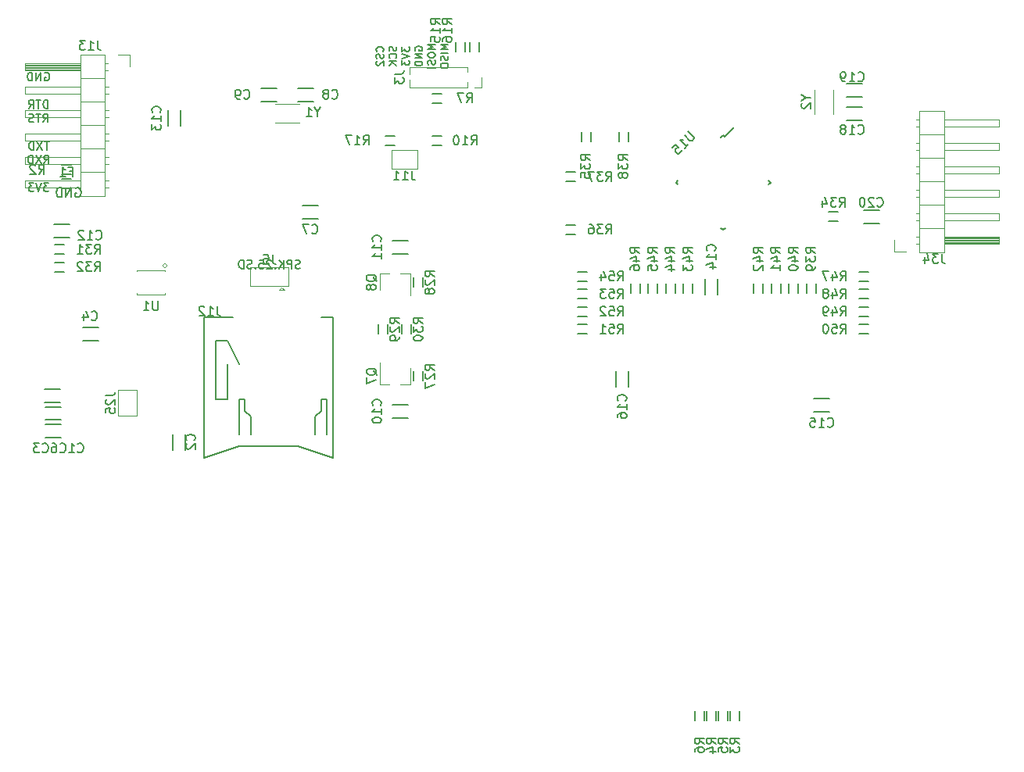
<source format=gbo>
G04 #@! TF.GenerationSoftware,KiCad,Pcbnew,(5.1.5)-3*
G04 #@! TF.CreationDate,2021-04-21T21:21:50+09:00*
G04 #@! TF.ProjectId,animacySwarmRobotics,616e696d-6163-4795-9377-61726d526f62,rev?*
G04 #@! TF.SameCoordinates,Original*
G04 #@! TF.FileFunction,Legend,Bot*
G04 #@! TF.FilePolarity,Positive*
%FSLAX46Y46*%
G04 Gerber Fmt 4.6, Leading zero omitted, Abs format (unit mm)*
G04 Created by KiCad (PCBNEW (5.1.5)-3) date 2021-04-21 21:21:50*
%MOMM*%
%LPD*%
G04 APERTURE LIST*
%ADD10C,0.200000*%
%ADD11C,0.150000*%
%ADD12C,0.120000*%
G04 APERTURE END LIST*
D10*
X83780714Y-54984714D02*
X83818809Y-54946619D01*
X83856904Y-54832333D01*
X83856904Y-54756142D01*
X83818809Y-54641857D01*
X83742619Y-54565666D01*
X83666428Y-54527571D01*
X83514047Y-54489476D01*
X83399761Y-54489476D01*
X83247380Y-54527571D01*
X83171190Y-54565666D01*
X83095000Y-54641857D01*
X83056904Y-54756142D01*
X83056904Y-54832333D01*
X83095000Y-54946619D01*
X83133095Y-54984714D01*
X83818809Y-55289476D02*
X83856904Y-55403761D01*
X83856904Y-55594238D01*
X83818809Y-55670428D01*
X83780714Y-55708523D01*
X83704523Y-55746619D01*
X83628333Y-55746619D01*
X83552142Y-55708523D01*
X83514047Y-55670428D01*
X83475952Y-55594238D01*
X83437857Y-55441857D01*
X83399761Y-55365666D01*
X83361666Y-55327571D01*
X83285476Y-55289476D01*
X83209285Y-55289476D01*
X83133095Y-55327571D01*
X83095000Y-55365666D01*
X83056904Y-55441857D01*
X83056904Y-55632333D01*
X83095000Y-55746619D01*
X83133095Y-56051380D02*
X83095000Y-56089476D01*
X83056904Y-56165666D01*
X83056904Y-56356142D01*
X83095000Y-56432333D01*
X83133095Y-56470428D01*
X83209285Y-56508523D01*
X83285476Y-56508523D01*
X83399761Y-56470428D01*
X83856904Y-56013285D01*
X83856904Y-56508523D01*
X85218809Y-54470428D02*
X85256904Y-54584714D01*
X85256904Y-54775190D01*
X85218809Y-54851380D01*
X85180714Y-54889476D01*
X85104523Y-54927571D01*
X85028333Y-54927571D01*
X84952142Y-54889476D01*
X84914047Y-54851380D01*
X84875952Y-54775190D01*
X84837857Y-54622809D01*
X84799761Y-54546619D01*
X84761666Y-54508523D01*
X84685476Y-54470428D01*
X84609285Y-54470428D01*
X84533095Y-54508523D01*
X84495000Y-54546619D01*
X84456904Y-54622809D01*
X84456904Y-54813285D01*
X84495000Y-54927571D01*
X85180714Y-55727571D02*
X85218809Y-55689476D01*
X85256904Y-55575190D01*
X85256904Y-55499000D01*
X85218809Y-55384714D01*
X85142619Y-55308523D01*
X85066428Y-55270428D01*
X84914047Y-55232333D01*
X84799761Y-55232333D01*
X84647380Y-55270428D01*
X84571190Y-55308523D01*
X84495000Y-55384714D01*
X84456904Y-55499000D01*
X84456904Y-55575190D01*
X84495000Y-55689476D01*
X84533095Y-55727571D01*
X85256904Y-56070428D02*
X84456904Y-56070428D01*
X85256904Y-56527571D02*
X84799761Y-56184714D01*
X84456904Y-56527571D02*
X84914047Y-56070428D01*
X85856904Y-54508523D02*
X85856904Y-55003761D01*
X86161666Y-54737095D01*
X86161666Y-54851380D01*
X86199761Y-54927571D01*
X86237857Y-54965666D01*
X86314047Y-55003761D01*
X86504523Y-55003761D01*
X86580714Y-54965666D01*
X86618809Y-54927571D01*
X86656904Y-54851380D01*
X86656904Y-54622809D01*
X86618809Y-54546619D01*
X86580714Y-54508523D01*
X85856904Y-55232333D02*
X86656904Y-55499000D01*
X85856904Y-55765666D01*
X85856904Y-55956142D02*
X85856904Y-56451380D01*
X86161666Y-56184714D01*
X86161666Y-56299000D01*
X86199761Y-56375190D01*
X86237857Y-56413285D01*
X86314047Y-56451380D01*
X86504523Y-56451380D01*
X86580714Y-56413285D01*
X86618809Y-56375190D01*
X86656904Y-56299000D01*
X86656904Y-56070428D01*
X86618809Y-55994238D01*
X86580714Y-55956142D01*
X87295000Y-54889476D02*
X87256904Y-54813285D01*
X87256904Y-54699000D01*
X87295000Y-54584714D01*
X87371190Y-54508523D01*
X87447380Y-54470428D01*
X87599761Y-54432333D01*
X87714047Y-54432333D01*
X87866428Y-54470428D01*
X87942619Y-54508523D01*
X88018809Y-54584714D01*
X88056904Y-54699000D01*
X88056904Y-54775190D01*
X88018809Y-54889476D01*
X87980714Y-54927571D01*
X87714047Y-54927571D01*
X87714047Y-54775190D01*
X88056904Y-55270428D02*
X87256904Y-55270428D01*
X88056904Y-55727571D01*
X87256904Y-55727571D01*
X88056904Y-56108523D02*
X87256904Y-56108523D01*
X87256904Y-56299000D01*
X87295000Y-56413285D01*
X87371190Y-56489476D01*
X87447380Y-56527571D01*
X87599761Y-56565666D01*
X87714047Y-56565666D01*
X87866428Y-56527571D01*
X87942619Y-56489476D01*
X88018809Y-56413285D01*
X88056904Y-56299000D01*
X88056904Y-56108523D01*
X89456904Y-54241857D02*
X88656904Y-54241857D01*
X89228333Y-54508523D01*
X88656904Y-54775190D01*
X89456904Y-54775190D01*
X88656904Y-55308523D02*
X88656904Y-55460904D01*
X88695000Y-55537095D01*
X88771190Y-55613285D01*
X88923571Y-55651380D01*
X89190238Y-55651380D01*
X89342619Y-55613285D01*
X89418809Y-55537095D01*
X89456904Y-55460904D01*
X89456904Y-55308523D01*
X89418809Y-55232333D01*
X89342619Y-55156142D01*
X89190238Y-55118047D01*
X88923571Y-55118047D01*
X88771190Y-55156142D01*
X88695000Y-55232333D01*
X88656904Y-55308523D01*
X89418809Y-55956142D02*
X89456904Y-56070428D01*
X89456904Y-56260904D01*
X89418809Y-56337095D01*
X89380714Y-56375190D01*
X89304523Y-56413285D01*
X89228333Y-56413285D01*
X89152142Y-56375190D01*
X89114047Y-56337095D01*
X89075952Y-56260904D01*
X89037857Y-56108523D01*
X88999761Y-56032333D01*
X88961666Y-55994238D01*
X88885476Y-55956142D01*
X88809285Y-55956142D01*
X88733095Y-55994238D01*
X88695000Y-56032333D01*
X88656904Y-56108523D01*
X88656904Y-56299000D01*
X88695000Y-56413285D01*
X89456904Y-56756142D02*
X88656904Y-56756142D01*
X90856904Y-54241857D02*
X90056904Y-54241857D01*
X90628333Y-54508523D01*
X90056904Y-54775190D01*
X90856904Y-54775190D01*
X90856904Y-55156142D02*
X90056904Y-55156142D01*
X90818809Y-55499000D02*
X90856904Y-55613285D01*
X90856904Y-55803761D01*
X90818809Y-55879952D01*
X90780714Y-55918047D01*
X90704523Y-55956142D01*
X90628333Y-55956142D01*
X90552142Y-55918047D01*
X90514047Y-55879952D01*
X90475952Y-55803761D01*
X90437857Y-55651380D01*
X90399761Y-55575190D01*
X90361666Y-55537095D01*
X90285476Y-55499000D01*
X90209285Y-55499000D01*
X90133095Y-55537095D01*
X90095000Y-55575190D01*
X90056904Y-55651380D01*
X90056904Y-55841857D01*
X90095000Y-55956142D01*
X90056904Y-56451380D02*
X90056904Y-56603761D01*
X90095000Y-56679952D01*
X90171190Y-56756142D01*
X90323571Y-56794238D01*
X90590238Y-56794238D01*
X90742619Y-56756142D01*
X90818809Y-56679952D01*
X90856904Y-56603761D01*
X90856904Y-56451380D01*
X90818809Y-56375190D01*
X90742619Y-56299000D01*
X90590238Y-56260904D01*
X90323571Y-56260904D01*
X90171190Y-56299000D01*
X90095000Y-56375190D01*
X90056904Y-56451380D01*
D11*
X74822428Y-78469285D02*
X74693857Y-78512142D01*
X74479571Y-78512142D01*
X74393857Y-78469285D01*
X74351000Y-78426428D01*
X74308142Y-78340714D01*
X74308142Y-78255000D01*
X74351000Y-78169285D01*
X74393857Y-78126428D01*
X74479571Y-78083571D01*
X74651000Y-78040714D01*
X74736714Y-77997857D01*
X74779571Y-77955000D01*
X74822428Y-77869285D01*
X74822428Y-77783571D01*
X74779571Y-77697857D01*
X74736714Y-77655000D01*
X74651000Y-77612142D01*
X74436714Y-77612142D01*
X74308142Y-77655000D01*
X73922428Y-78512142D02*
X73922428Y-77612142D01*
X73579571Y-77612142D01*
X73493857Y-77655000D01*
X73451000Y-77697857D01*
X73408142Y-77783571D01*
X73408142Y-77912142D01*
X73451000Y-77997857D01*
X73493857Y-78040714D01*
X73579571Y-78083571D01*
X73922428Y-78083571D01*
X73022428Y-78512142D02*
X73022428Y-77612142D01*
X72508142Y-78512142D02*
X72893857Y-77997857D01*
X72508142Y-77612142D02*
X73022428Y-78126428D01*
X72122428Y-78426428D02*
X72079571Y-78469285D01*
X72122428Y-78512142D01*
X72165285Y-78469285D01*
X72122428Y-78426428D01*
X72122428Y-78512142D01*
X71736714Y-77697857D02*
X71693857Y-77655000D01*
X71608142Y-77612142D01*
X71393857Y-77612142D01*
X71308142Y-77655000D01*
X71265285Y-77697857D01*
X71222428Y-77783571D01*
X71222428Y-77869285D01*
X71265285Y-77997857D01*
X71779571Y-78512142D01*
X71222428Y-78512142D01*
X70408142Y-77612142D02*
X70836714Y-77612142D01*
X70879571Y-78040714D01*
X70836714Y-77997857D01*
X70751000Y-77955000D01*
X70536714Y-77955000D01*
X70451000Y-77997857D01*
X70408142Y-78040714D01*
X70365285Y-78126428D01*
X70365285Y-78340714D01*
X70408142Y-78426428D01*
X70451000Y-78469285D01*
X70536714Y-78512142D01*
X70751000Y-78512142D01*
X70836714Y-78469285D01*
X70879571Y-78426428D01*
X69979571Y-78426428D02*
X69936714Y-78469285D01*
X69979571Y-78512142D01*
X70022428Y-78469285D01*
X69979571Y-78426428D01*
X69979571Y-78512142D01*
X69593857Y-78469285D02*
X69465285Y-78512142D01*
X69251000Y-78512142D01*
X69165285Y-78469285D01*
X69122428Y-78426428D01*
X69079571Y-78340714D01*
X69079571Y-78255000D01*
X69122428Y-78169285D01*
X69165285Y-78126428D01*
X69251000Y-78083571D01*
X69422428Y-78040714D01*
X69508142Y-77997857D01*
X69551000Y-77955000D01*
X69593857Y-77869285D01*
X69593857Y-77783571D01*
X69551000Y-77697857D01*
X69508142Y-77655000D01*
X69422428Y-77612142D01*
X69208142Y-77612142D01*
X69079571Y-77655000D01*
X68693857Y-78512142D02*
X68693857Y-77612142D01*
X68479571Y-77612142D01*
X68351000Y-77655000D01*
X68265285Y-77740714D01*
X68222428Y-77826428D01*
X68179571Y-77997857D01*
X68179571Y-78126428D01*
X68222428Y-78297857D01*
X68265285Y-78383571D01*
X68351000Y-78469285D01*
X68479571Y-78512142D01*
X68693857Y-78512142D01*
X47167714Y-57304000D02*
X47253428Y-57261142D01*
X47382000Y-57261142D01*
X47510571Y-57304000D01*
X47596285Y-57389714D01*
X47639142Y-57475428D01*
X47682000Y-57646857D01*
X47682000Y-57775428D01*
X47639142Y-57946857D01*
X47596285Y-58032571D01*
X47510571Y-58118285D01*
X47382000Y-58161142D01*
X47296285Y-58161142D01*
X47167714Y-58118285D01*
X47124857Y-58075428D01*
X47124857Y-57775428D01*
X47296285Y-57775428D01*
X46739142Y-58161142D02*
X46739142Y-57261142D01*
X46224857Y-58161142D01*
X46224857Y-57261142D01*
X45796285Y-58161142D02*
X45796285Y-57261142D01*
X45582000Y-57261142D01*
X45453428Y-57304000D01*
X45367714Y-57389714D01*
X45324857Y-57475428D01*
X45282000Y-57646857D01*
X45282000Y-57775428D01*
X45324857Y-57946857D01*
X45367714Y-58032571D01*
X45453428Y-58118285D01*
X45582000Y-58161142D01*
X45796285Y-58161142D01*
X47510571Y-61161142D02*
X47510571Y-60261142D01*
X47296285Y-60261142D01*
X47167714Y-60304000D01*
X47082000Y-60389714D01*
X47039142Y-60475428D01*
X46996285Y-60646857D01*
X46996285Y-60775428D01*
X47039142Y-60946857D01*
X47082000Y-61032571D01*
X47167714Y-61118285D01*
X47296285Y-61161142D01*
X47510571Y-61161142D01*
X46739142Y-60261142D02*
X46224857Y-60261142D01*
X46482000Y-61161142D02*
X46482000Y-60261142D01*
X45410571Y-61161142D02*
X45710571Y-60732571D01*
X45924857Y-61161142D02*
X45924857Y-60261142D01*
X45582000Y-60261142D01*
X45496285Y-60304000D01*
X45453428Y-60346857D01*
X45410571Y-60432571D01*
X45410571Y-60561142D01*
X45453428Y-60646857D01*
X45496285Y-60689714D01*
X45582000Y-60732571D01*
X45924857Y-60732571D01*
X46974857Y-62661142D02*
X47274857Y-62232571D01*
X47489142Y-62661142D02*
X47489142Y-61761142D01*
X47146285Y-61761142D01*
X47060571Y-61804000D01*
X47017714Y-61846857D01*
X46974857Y-61932571D01*
X46974857Y-62061142D01*
X47017714Y-62146857D01*
X47060571Y-62189714D01*
X47146285Y-62232571D01*
X47489142Y-62232571D01*
X46717714Y-61761142D02*
X46203428Y-61761142D01*
X46460571Y-62661142D02*
X46460571Y-61761142D01*
X45946285Y-62618285D02*
X45817714Y-62661142D01*
X45603428Y-62661142D01*
X45517714Y-62618285D01*
X45474857Y-62575428D01*
X45432000Y-62489714D01*
X45432000Y-62404000D01*
X45474857Y-62318285D01*
X45517714Y-62275428D01*
X45603428Y-62232571D01*
X45774857Y-62189714D01*
X45860571Y-62146857D01*
X45903428Y-62104000D01*
X45946285Y-62018285D01*
X45946285Y-61932571D01*
X45903428Y-61846857D01*
X45860571Y-61804000D01*
X45774857Y-61761142D01*
X45560571Y-61761142D01*
X45432000Y-61804000D01*
X47617714Y-64761142D02*
X47103428Y-64761142D01*
X47360571Y-65661142D02*
X47360571Y-64761142D01*
X46889142Y-64761142D02*
X46289142Y-65661142D01*
X46289142Y-64761142D02*
X46889142Y-65661142D01*
X45946285Y-65661142D02*
X45946285Y-64761142D01*
X45732000Y-64761142D01*
X45603428Y-64804000D01*
X45517714Y-64889714D01*
X45474857Y-64975428D01*
X45432000Y-65146857D01*
X45432000Y-65275428D01*
X45474857Y-65446857D01*
X45517714Y-65532571D01*
X45603428Y-65618285D01*
X45732000Y-65661142D01*
X45946285Y-65661142D01*
X47082000Y-67161142D02*
X47382000Y-66732571D01*
X47596285Y-67161142D02*
X47596285Y-66261142D01*
X47253428Y-66261142D01*
X47167714Y-66304000D01*
X47124857Y-66346857D01*
X47082000Y-66432571D01*
X47082000Y-66561142D01*
X47124857Y-66646857D01*
X47167714Y-66689714D01*
X47253428Y-66732571D01*
X47596285Y-66732571D01*
X46782000Y-66261142D02*
X46182000Y-67161142D01*
X46182000Y-66261142D02*
X46782000Y-67161142D01*
X45839142Y-67161142D02*
X45839142Y-66261142D01*
X45624857Y-66261142D01*
X45496285Y-66304000D01*
X45410571Y-66389714D01*
X45367714Y-66475428D01*
X45324857Y-66646857D01*
X45324857Y-66775428D01*
X45367714Y-66946857D01*
X45410571Y-67032571D01*
X45496285Y-67118285D01*
X45624857Y-67161142D01*
X45839142Y-67161142D01*
X47596285Y-69261142D02*
X47039142Y-69261142D01*
X47339142Y-69604000D01*
X47210571Y-69604000D01*
X47124857Y-69646857D01*
X47082000Y-69689714D01*
X47039142Y-69775428D01*
X47039142Y-69989714D01*
X47082000Y-70075428D01*
X47124857Y-70118285D01*
X47210571Y-70161142D01*
X47467714Y-70161142D01*
X47553428Y-70118285D01*
X47596285Y-70075428D01*
X46782000Y-69261142D02*
X46482000Y-70161142D01*
X46182000Y-69261142D01*
X45967714Y-69261142D02*
X45410571Y-69261142D01*
X45710571Y-69604000D01*
X45582000Y-69604000D01*
X45496285Y-69646857D01*
X45453428Y-69689714D01*
X45410571Y-69775428D01*
X45410571Y-69989714D01*
X45453428Y-70075428D01*
X45496285Y-70118285D01*
X45582000Y-70161142D01*
X45839142Y-70161142D01*
X45924857Y-70118285D01*
X45967714Y-70075428D01*
D10*
X50511904Y-69830000D02*
X50607142Y-69782380D01*
X50750000Y-69782380D01*
X50892857Y-69830000D01*
X50988095Y-69925238D01*
X51035714Y-70020476D01*
X51083333Y-70210952D01*
X51083333Y-70353809D01*
X51035714Y-70544285D01*
X50988095Y-70639523D01*
X50892857Y-70734761D01*
X50750000Y-70782380D01*
X50654761Y-70782380D01*
X50511904Y-70734761D01*
X50464285Y-70687142D01*
X50464285Y-70353809D01*
X50654761Y-70353809D01*
X50035714Y-70782380D02*
X50035714Y-69782380D01*
X49464285Y-70782380D01*
X49464285Y-69782380D01*
X48988095Y-70782380D02*
X48988095Y-69782380D01*
X48750000Y-69782380D01*
X48607142Y-69830000D01*
X48511904Y-69925238D01*
X48464285Y-70020476D01*
X48416666Y-70210952D01*
X48416666Y-70353809D01*
X48464285Y-70544285D01*
X48511904Y-70639523D01*
X48607142Y-70734761D01*
X48750000Y-70782380D01*
X48988095Y-70782380D01*
D11*
X84074000Y-65151000D02*
X85090000Y-65151000D01*
X85090000Y-64135000D02*
X84074000Y-64135000D01*
X47225000Y-92989000D02*
X47125000Y-92989000D01*
X47125000Y-91589000D02*
X48825000Y-91589000D01*
X48825000Y-92989000D02*
X47125000Y-92989000D01*
X48825000Y-93494000D02*
X48925000Y-93494000D01*
X48925000Y-94894000D02*
X47225000Y-94894000D01*
X47225000Y-93494000D02*
X48925000Y-93494000D01*
X62422000Y-98082000D02*
X62422000Y-98182000D01*
X61022000Y-98182000D02*
X61022000Y-96482000D01*
X62422000Y-96482000D02*
X62422000Y-98182000D01*
X48825000Y-95399000D02*
X48925000Y-95399000D01*
X48925000Y-96799000D02*
X47225000Y-96799000D01*
X47225000Y-95399000D02*
X48925000Y-95399000D01*
X84925000Y-76900000D02*
X84825000Y-76900000D01*
X84825000Y-75500000D02*
X86525000Y-75500000D01*
X86525000Y-76900000D02*
X84825000Y-76900000D01*
X84925000Y-94680000D02*
X84825000Y-94680000D01*
X84825000Y-93280000D02*
X86525000Y-93280000D01*
X86525000Y-94680000D02*
X84825000Y-94680000D01*
X66929000Y-83780000D02*
X67564000Y-83780000D01*
X76454000Y-94575000D02*
X76454000Y-96480000D01*
X77089000Y-93940000D02*
X76454000Y-94575000D01*
X77089000Y-92670000D02*
X77089000Y-93940000D01*
X77724000Y-92670000D02*
X77089000Y-92670000D01*
X77724000Y-96480000D02*
X77724000Y-92670000D01*
X69469000Y-94575000D02*
X69469000Y-96480000D01*
X68834000Y-93940000D02*
X69469000Y-94575000D01*
X68834000Y-92670000D02*
X68834000Y-93940000D01*
X68199000Y-92670000D02*
X68834000Y-92670000D01*
X77089000Y-83780000D02*
X78359000Y-83780000D01*
X64389000Y-83780000D02*
X66929000Y-83780000D01*
X64389000Y-99020000D02*
X64389000Y-83780000D01*
X78359000Y-83780000D02*
X78359000Y-99020000D01*
X66929000Y-92670000D02*
X66929000Y-88860000D01*
X65659000Y-92670000D02*
X66929000Y-92670000D01*
X65659000Y-86320000D02*
X65659000Y-92670000D01*
X66929000Y-86320000D02*
X65659000Y-86320000D01*
X66929000Y-86320000D02*
X68199000Y-88860000D01*
X68199000Y-96480000D02*
X68199000Y-92670000D01*
X68199000Y-97750000D02*
X64389000Y-99020000D01*
X74549000Y-97750000D02*
X68199000Y-97750000D01*
X78359000Y-99020000D02*
X74549000Y-97750000D01*
X94234000Y-54991000D02*
X94234000Y-53975000D01*
X93218000Y-53975000D02*
X93218000Y-54991000D01*
X90170000Y-59563000D02*
X89154000Y-59563000D01*
X89154000Y-60579000D02*
X90170000Y-60579000D01*
X90170000Y-64135000D02*
X89154000Y-64135000D01*
X89154000Y-65151000D02*
X90170000Y-65151000D01*
X88138000Y-80518000D02*
X88138000Y-79502000D01*
X87122000Y-79502000D02*
X87122000Y-80518000D01*
X83312000Y-84582000D02*
X83312000Y-85598000D01*
X84328000Y-85598000D02*
X84328000Y-84582000D01*
X86868000Y-85598000D02*
X86868000Y-84582000D01*
X85852000Y-84582000D02*
X85852000Y-85598000D01*
X88138000Y-90678000D02*
X88138000Y-89662000D01*
X87122000Y-89662000D02*
X87122000Y-90678000D01*
D12*
X56388000Y-55372000D02*
X55118000Y-55372000D01*
X56388000Y-56642000D02*
X56388000Y-55372000D01*
X54075071Y-69722000D02*
X53678000Y-69722000D01*
X54075071Y-68962000D02*
X53678000Y-68962000D01*
X45018000Y-69722000D02*
X51018000Y-69722000D01*
X45018000Y-68962000D02*
X45018000Y-69722000D01*
X51018000Y-68962000D02*
X45018000Y-68962000D01*
X53678000Y-68072000D02*
X51018000Y-68072000D01*
X54075071Y-67182000D02*
X53678000Y-67182000D01*
X54075071Y-66422000D02*
X53678000Y-66422000D01*
X45018000Y-67182000D02*
X51018000Y-67182000D01*
X45018000Y-66422000D02*
X45018000Y-67182000D01*
X51018000Y-66422000D02*
X45018000Y-66422000D01*
X53678000Y-65532000D02*
X51018000Y-65532000D01*
X54075071Y-64642000D02*
X53678000Y-64642000D01*
X54075071Y-63882000D02*
X53678000Y-63882000D01*
X45018000Y-64642000D02*
X51018000Y-64642000D01*
X45018000Y-63882000D02*
X45018000Y-64642000D01*
X51018000Y-63882000D02*
X45018000Y-63882000D01*
X53678000Y-62992000D02*
X51018000Y-62992000D01*
X54075071Y-62102000D02*
X53678000Y-62102000D01*
X54075071Y-61342000D02*
X53678000Y-61342000D01*
X45018000Y-62102000D02*
X51018000Y-62102000D01*
X45018000Y-61342000D02*
X45018000Y-62102000D01*
X51018000Y-61342000D02*
X45018000Y-61342000D01*
X53678000Y-60452000D02*
X51018000Y-60452000D01*
X54075071Y-59562000D02*
X53678000Y-59562000D01*
X54075071Y-58802000D02*
X53678000Y-58802000D01*
X45018000Y-59562000D02*
X51018000Y-59562000D01*
X45018000Y-58802000D02*
X45018000Y-59562000D01*
X51018000Y-58802000D02*
X45018000Y-58802000D01*
X53678000Y-57912000D02*
X51018000Y-57912000D01*
X54008000Y-57022000D02*
X53678000Y-57022000D01*
X54008000Y-56262000D02*
X53678000Y-56262000D01*
X51018000Y-56922000D02*
X45018000Y-56922000D01*
X51018000Y-56802000D02*
X45018000Y-56802000D01*
X51018000Y-56682000D02*
X45018000Y-56682000D01*
X51018000Y-56562000D02*
X45018000Y-56562000D01*
X51018000Y-56442000D02*
X45018000Y-56442000D01*
X51018000Y-56322000D02*
X45018000Y-56322000D01*
X45018000Y-57022000D02*
X51018000Y-57022000D01*
X45018000Y-56262000D02*
X45018000Y-57022000D01*
X51018000Y-56262000D02*
X45018000Y-56262000D01*
X51018000Y-55312000D02*
X53678000Y-55312000D01*
X51018000Y-70672000D02*
X51018000Y-55312000D01*
X53678000Y-70672000D02*
X51018000Y-70672000D01*
X53678000Y-55312000D02*
X53678000Y-70672000D01*
D11*
X92710000Y-54991000D02*
X92710000Y-53975000D01*
X91694000Y-53975000D02*
X91694000Y-54991000D01*
X122428000Y-127508000D02*
X122428000Y-126492000D01*
X121412000Y-126492000D02*
X121412000Y-127508000D01*
X121158000Y-127508000D02*
X121158000Y-126492000D01*
X120142000Y-126492000D02*
X120142000Y-127508000D01*
X50038000Y-68834000D02*
X49022000Y-68834000D01*
X49022000Y-69850000D02*
X50038000Y-69850000D01*
X48260000Y-76962000D02*
X49276000Y-76962000D01*
X49276000Y-75946000D02*
X48260000Y-75946000D01*
X49276000Y-77851000D02*
X48260000Y-77851000D01*
X48260000Y-78867000D02*
X49276000Y-78867000D01*
X51270000Y-84898000D02*
X52970000Y-84898000D01*
X52970000Y-86298000D02*
X51270000Y-86298000D01*
X52870000Y-84898000D02*
X52970000Y-84898000D01*
X75146000Y-73090000D02*
X75046000Y-73090000D01*
X75046000Y-71690000D02*
X76746000Y-71690000D01*
X76746000Y-73090000D02*
X75046000Y-73090000D01*
X74638000Y-60390000D02*
X74538000Y-60390000D01*
X74538000Y-58990000D02*
X76238000Y-58990000D01*
X76238000Y-60390000D02*
X74538000Y-60390000D01*
X70574000Y-58990000D02*
X72274000Y-58990000D01*
X72274000Y-60390000D02*
X70574000Y-60390000D01*
X72174000Y-58990000D02*
X72274000Y-58990000D01*
X49822000Y-75122000D02*
X48122000Y-75122000D01*
X48122000Y-73722000D02*
X49822000Y-73722000D01*
X48222000Y-75122000D02*
X48122000Y-75122000D01*
X60514000Y-61430000D02*
X60514000Y-61330000D01*
X61914000Y-61330000D02*
X61914000Y-63030000D01*
X60514000Y-63030000D02*
X60514000Y-61330000D01*
X118680000Y-79718000D02*
X118680000Y-79618000D01*
X120080000Y-79618000D02*
X120080000Y-81318000D01*
X118680000Y-81318000D02*
X118680000Y-79618000D01*
X132118000Y-94045000D02*
X130418000Y-94045000D01*
X130418000Y-92645000D02*
X132118000Y-92645000D01*
X130518000Y-94045000D02*
X130418000Y-94045000D01*
X110428000Y-91224000D02*
X110428000Y-91324000D01*
X109028000Y-91324000D02*
X109028000Y-89624000D01*
X110428000Y-89624000D02*
X110428000Y-91324000D01*
X134074000Y-62422000D02*
X133974000Y-62422000D01*
X133974000Y-61022000D02*
X135674000Y-61022000D01*
X135674000Y-62422000D02*
X133974000Y-62422000D01*
X135674000Y-59882000D02*
X133974000Y-59882000D01*
X133974000Y-58482000D02*
X135674000Y-58482000D01*
X134074000Y-59882000D02*
X133974000Y-59882000D01*
X137486000Y-72198000D02*
X137586000Y-72198000D01*
X137586000Y-73598000D02*
X135886000Y-73598000D01*
X135886000Y-72198000D02*
X137586000Y-72198000D01*
D12*
X86681000Y-58895000D02*
X86681000Y-58092530D01*
X86681000Y-57477470D02*
X86681000Y-56675000D01*
X92966000Y-58895000D02*
X86681000Y-58895000D01*
X92966000Y-56675000D02*
X86681000Y-56675000D01*
X92966000Y-58895000D02*
X92966000Y-58348471D01*
X92966000Y-57221529D02*
X92966000Y-56675000D01*
X93726000Y-58895000D02*
X94486000Y-58895000D01*
X94486000Y-58895000D02*
X94486000Y-57785000D01*
X72801000Y-80575000D02*
X72501000Y-80875000D01*
X73101000Y-80875000D02*
X72501000Y-80875000D01*
X72801000Y-80575000D02*
X73101000Y-80875000D01*
X73551000Y-80375000D02*
X73551000Y-78375000D01*
X69451000Y-80375000D02*
X73551000Y-80375000D01*
X69451000Y-78375000D02*
X69451000Y-80375000D01*
X73551000Y-78375000D02*
X69451000Y-78375000D01*
X84706000Y-65675000D02*
X84706000Y-67675000D01*
X87506000Y-65675000D02*
X84706000Y-65675000D01*
X87506000Y-67675000D02*
X87506000Y-65675000D01*
X84706000Y-67675000D02*
X87506000Y-67675000D01*
X141902000Y-76768000D02*
X141902000Y-61408000D01*
X141902000Y-61408000D02*
X144562000Y-61408000D01*
X144562000Y-61408000D02*
X144562000Y-76768000D01*
X144562000Y-76768000D02*
X141902000Y-76768000D01*
X144562000Y-75818000D02*
X150562000Y-75818000D01*
X150562000Y-75818000D02*
X150562000Y-75058000D01*
X150562000Y-75058000D02*
X144562000Y-75058000D01*
X144562000Y-75758000D02*
X150562000Y-75758000D01*
X144562000Y-75638000D02*
X150562000Y-75638000D01*
X144562000Y-75518000D02*
X150562000Y-75518000D01*
X144562000Y-75398000D02*
X150562000Y-75398000D01*
X144562000Y-75278000D02*
X150562000Y-75278000D01*
X144562000Y-75158000D02*
X150562000Y-75158000D01*
X141572000Y-75818000D02*
X141902000Y-75818000D01*
X141572000Y-75058000D02*
X141902000Y-75058000D01*
X141902000Y-74168000D02*
X144562000Y-74168000D01*
X144562000Y-73278000D02*
X150562000Y-73278000D01*
X150562000Y-73278000D02*
X150562000Y-72518000D01*
X150562000Y-72518000D02*
X144562000Y-72518000D01*
X141504929Y-73278000D02*
X141902000Y-73278000D01*
X141504929Y-72518000D02*
X141902000Y-72518000D01*
X141902000Y-71628000D02*
X144562000Y-71628000D01*
X144562000Y-70738000D02*
X150562000Y-70738000D01*
X150562000Y-70738000D02*
X150562000Y-69978000D01*
X150562000Y-69978000D02*
X144562000Y-69978000D01*
X141504929Y-70738000D02*
X141902000Y-70738000D01*
X141504929Y-69978000D02*
X141902000Y-69978000D01*
X141902000Y-69088000D02*
X144562000Y-69088000D01*
X144562000Y-68198000D02*
X150562000Y-68198000D01*
X150562000Y-68198000D02*
X150562000Y-67438000D01*
X150562000Y-67438000D02*
X144562000Y-67438000D01*
X141504929Y-68198000D02*
X141902000Y-68198000D01*
X141504929Y-67438000D02*
X141902000Y-67438000D01*
X141902000Y-66548000D02*
X144562000Y-66548000D01*
X144562000Y-65658000D02*
X150562000Y-65658000D01*
X150562000Y-65658000D02*
X150562000Y-64898000D01*
X150562000Y-64898000D02*
X144562000Y-64898000D01*
X141504929Y-65658000D02*
X141902000Y-65658000D01*
X141504929Y-64898000D02*
X141902000Y-64898000D01*
X141902000Y-64008000D02*
X144562000Y-64008000D01*
X144562000Y-63118000D02*
X150562000Y-63118000D01*
X150562000Y-63118000D02*
X150562000Y-62358000D01*
X150562000Y-62358000D02*
X144562000Y-62358000D01*
X141504929Y-63118000D02*
X141902000Y-63118000D01*
X141504929Y-62358000D02*
X141902000Y-62358000D01*
X139192000Y-75438000D02*
X139192000Y-76708000D01*
X139192000Y-76708000D02*
X140462000Y-76708000D01*
X86740000Y-91120000D02*
X85690000Y-91120000D01*
X86740000Y-89320000D02*
X86740000Y-91120000D01*
X83440000Y-91120000D02*
X84490000Y-91120000D01*
X83440000Y-88720000D02*
X83440000Y-91120000D01*
X86740000Y-81460000D02*
X86740000Y-79060000D01*
X86740000Y-79060000D02*
X85690000Y-79060000D01*
X83440000Y-80860000D02*
X83440000Y-79060000D01*
X83440000Y-79060000D02*
X84490000Y-79060000D01*
D11*
X49022000Y-68326000D02*
X50038000Y-68326000D01*
X50038000Y-67310000D02*
X49022000Y-67310000D01*
X119888000Y-127508000D02*
X119888000Y-126492000D01*
X118872000Y-126492000D02*
X118872000Y-127508000D01*
X117602000Y-126492000D02*
X117602000Y-127508000D01*
X118618000Y-127508000D02*
X118618000Y-126492000D01*
X133096000Y-72390000D02*
X132080000Y-72390000D01*
X132080000Y-73406000D02*
X133096000Y-73406000D01*
X106299000Y-64770000D02*
X106299000Y-63754000D01*
X105283000Y-63754000D02*
X105283000Y-64770000D01*
X104648000Y-73787000D02*
X103632000Y-73787000D01*
X103632000Y-74803000D02*
X104648000Y-74803000D01*
X103632000Y-69088000D02*
X104648000Y-69088000D01*
X104648000Y-68072000D02*
X103632000Y-68072000D01*
X109347000Y-63754000D02*
X109347000Y-64770000D01*
X110363000Y-64770000D02*
X110363000Y-63754000D01*
X130683000Y-81153000D02*
X130683000Y-80137000D01*
X129667000Y-80137000D02*
X129667000Y-81153000D01*
X127762000Y-80137000D02*
X127762000Y-81153000D01*
X128778000Y-81153000D02*
X128778000Y-80137000D01*
X125857000Y-80137000D02*
X125857000Y-81153000D01*
X126873000Y-81153000D02*
X126873000Y-80137000D01*
X123952000Y-80137000D02*
X123952000Y-81153000D01*
X124968000Y-81153000D02*
X124968000Y-80137000D01*
X116332000Y-80137000D02*
X116332000Y-81153000D01*
X117348000Y-81153000D02*
X117348000Y-80137000D01*
X115443000Y-81153000D02*
X115443000Y-80137000D01*
X114427000Y-80137000D02*
X114427000Y-81153000D01*
X112522000Y-80137000D02*
X112522000Y-81153000D01*
X113538000Y-81153000D02*
X113538000Y-80137000D01*
X111633000Y-81153000D02*
X111633000Y-80137000D01*
X110617000Y-80137000D02*
X110617000Y-81153000D01*
X136398000Y-78867000D02*
X135382000Y-78867000D01*
X135382000Y-79883000D02*
X136398000Y-79883000D01*
X135382000Y-81788000D02*
X136398000Y-81788000D01*
X136398000Y-80772000D02*
X135382000Y-80772000D01*
X136398000Y-82677000D02*
X135382000Y-82677000D01*
X135382000Y-83693000D02*
X136398000Y-83693000D01*
X135382000Y-85598000D02*
X136398000Y-85598000D01*
X136398000Y-84582000D02*
X135382000Y-84582000D01*
X105918000Y-84582000D02*
X104902000Y-84582000D01*
X104902000Y-85598000D02*
X105918000Y-85598000D01*
X105918000Y-82677000D02*
X104902000Y-82677000D01*
X104902000Y-83693000D02*
X105918000Y-83693000D01*
X105918000Y-80772000D02*
X104902000Y-80772000D01*
X104902000Y-81788000D02*
X105918000Y-81788000D01*
X104902000Y-79883000D02*
X105918000Y-79883000D01*
X105918000Y-78867000D02*
X104902000Y-78867000D01*
D12*
X60174000Y-78810000D02*
X60174000Y-78710000D01*
X60174000Y-78710000D02*
X57174000Y-78710000D01*
X57174000Y-78710000D02*
X57174000Y-78810000D01*
X57174000Y-81210000D02*
X57174000Y-81310000D01*
X57174000Y-81310000D02*
X60174000Y-81310000D01*
X60174000Y-81310000D02*
X60174000Y-81210000D01*
X60374000Y-78210000D02*
G75*
G03X60374000Y-78210000I-200000J0D01*
G01*
D11*
X120650000Y-64088476D02*
X120809099Y-64247575D01*
X115523476Y-69215000D02*
X115753286Y-69444810D01*
X120650000Y-74341524D02*
X120420190Y-74111714D01*
X125776524Y-69215000D02*
X125546714Y-68985190D01*
X120650000Y-64088476D02*
X120420190Y-64318286D01*
X125776524Y-69215000D02*
X125546714Y-69444810D01*
X120650000Y-74341524D02*
X120879810Y-74111714D01*
X115523476Y-69215000D02*
X115753286Y-68985190D01*
X120809099Y-64247575D02*
X121816726Y-63239948D01*
D12*
X74706000Y-60722000D02*
X72106000Y-60722000D01*
X72106000Y-62722000D02*
X74706000Y-62722000D01*
X130572000Y-59152000D02*
X130572000Y-61752000D01*
X132572000Y-61752000D02*
X132572000Y-59152000D01*
X57134000Y-91676000D02*
X55134000Y-91676000D01*
X57134000Y-94476000D02*
X57134000Y-91676000D01*
X55134000Y-94476000D02*
X57134000Y-94476000D01*
X55134000Y-91676000D02*
X55134000Y-94476000D01*
D11*
X81668857Y-65095380D02*
X82002190Y-64619190D01*
X82240285Y-65095380D02*
X82240285Y-64095380D01*
X81859333Y-64095380D01*
X81764095Y-64143000D01*
X81716476Y-64190619D01*
X81668857Y-64285857D01*
X81668857Y-64428714D01*
X81716476Y-64523952D01*
X81764095Y-64571571D01*
X81859333Y-64619190D01*
X82240285Y-64619190D01*
X80716476Y-65095380D02*
X81287904Y-65095380D01*
X81002190Y-65095380D02*
X81002190Y-64095380D01*
X81097428Y-64238238D01*
X81192666Y-64333476D01*
X81287904Y-64381095D01*
X80383142Y-64095380D02*
X79716476Y-64095380D01*
X80145047Y-65095380D01*
X50731666Y-98361142D02*
X50779285Y-98408761D01*
X50922142Y-98456380D01*
X51017380Y-98456380D01*
X51160238Y-98408761D01*
X51255476Y-98313523D01*
X51303095Y-98218285D01*
X51350714Y-98027809D01*
X51350714Y-97884952D01*
X51303095Y-97694476D01*
X51255476Y-97599238D01*
X51160238Y-97504000D01*
X51017380Y-97456380D01*
X50922142Y-97456380D01*
X50779285Y-97504000D01*
X50731666Y-97551619D01*
X49779285Y-98456380D02*
X50350714Y-98456380D01*
X50065000Y-98456380D02*
X50065000Y-97456380D01*
X50160238Y-97599238D01*
X50255476Y-97694476D01*
X50350714Y-97742095D01*
X48826666Y-98361142D02*
X48874285Y-98408761D01*
X49017142Y-98456380D01*
X49112380Y-98456380D01*
X49255238Y-98408761D01*
X49350476Y-98313523D01*
X49398095Y-98218285D01*
X49445714Y-98027809D01*
X49445714Y-97884952D01*
X49398095Y-97694476D01*
X49350476Y-97599238D01*
X49255238Y-97504000D01*
X49112380Y-97456380D01*
X49017142Y-97456380D01*
X48874285Y-97504000D01*
X48826666Y-97551619D01*
X47969523Y-97456380D02*
X48160000Y-97456380D01*
X48255238Y-97504000D01*
X48302857Y-97551619D01*
X48398095Y-97694476D01*
X48445714Y-97884952D01*
X48445714Y-98265904D01*
X48398095Y-98361142D01*
X48350476Y-98408761D01*
X48255238Y-98456380D01*
X48064761Y-98456380D01*
X47969523Y-98408761D01*
X47921904Y-98361142D01*
X47874285Y-98265904D01*
X47874285Y-98027809D01*
X47921904Y-97932571D01*
X47969523Y-97884952D01*
X48064761Y-97837333D01*
X48255238Y-97837333D01*
X48350476Y-97884952D01*
X48398095Y-97932571D01*
X48445714Y-98027809D01*
X63349142Y-97115333D02*
X63396761Y-97067714D01*
X63444380Y-96924857D01*
X63444380Y-96829619D01*
X63396761Y-96686761D01*
X63301523Y-96591523D01*
X63206285Y-96543904D01*
X63015809Y-96496285D01*
X62872952Y-96496285D01*
X62682476Y-96543904D01*
X62587238Y-96591523D01*
X62492000Y-96686761D01*
X62444380Y-96829619D01*
X62444380Y-96924857D01*
X62492000Y-97067714D01*
X62539619Y-97115333D01*
X62539619Y-97496285D02*
X62492000Y-97543904D01*
X62444380Y-97639142D01*
X62444380Y-97877238D01*
X62492000Y-97972476D01*
X62539619Y-98020095D01*
X62634857Y-98067714D01*
X62730095Y-98067714D01*
X62872952Y-98020095D01*
X63444380Y-97448666D01*
X63444380Y-98067714D01*
X46921666Y-98361142D02*
X46969285Y-98408761D01*
X47112142Y-98456380D01*
X47207380Y-98456380D01*
X47350238Y-98408761D01*
X47445476Y-98313523D01*
X47493095Y-98218285D01*
X47540714Y-98027809D01*
X47540714Y-97884952D01*
X47493095Y-97694476D01*
X47445476Y-97599238D01*
X47350238Y-97504000D01*
X47207380Y-97456380D01*
X47112142Y-97456380D01*
X46969285Y-97504000D01*
X46921666Y-97551619D01*
X46588333Y-97456380D02*
X45969285Y-97456380D01*
X46302619Y-97837333D01*
X46159761Y-97837333D01*
X46064523Y-97884952D01*
X46016904Y-97932571D01*
X45969285Y-98027809D01*
X45969285Y-98265904D01*
X46016904Y-98361142D01*
X46064523Y-98408761D01*
X46159761Y-98456380D01*
X46445476Y-98456380D01*
X46540714Y-98408761D01*
X46588333Y-98361142D01*
X83542142Y-75557142D02*
X83589761Y-75509523D01*
X83637380Y-75366666D01*
X83637380Y-75271428D01*
X83589761Y-75128571D01*
X83494523Y-75033333D01*
X83399285Y-74985714D01*
X83208809Y-74938095D01*
X83065952Y-74938095D01*
X82875476Y-74985714D01*
X82780238Y-75033333D01*
X82685000Y-75128571D01*
X82637380Y-75271428D01*
X82637380Y-75366666D01*
X82685000Y-75509523D01*
X82732619Y-75557142D01*
X83637380Y-76509523D02*
X83637380Y-75938095D01*
X83637380Y-76223809D02*
X82637380Y-76223809D01*
X82780238Y-76128571D01*
X82875476Y-76033333D01*
X82923095Y-75938095D01*
X83637380Y-77461904D02*
X83637380Y-76890476D01*
X83637380Y-77176190D02*
X82637380Y-77176190D01*
X82780238Y-77080952D01*
X82875476Y-76985714D01*
X82923095Y-76890476D01*
X83542142Y-93337142D02*
X83589761Y-93289523D01*
X83637380Y-93146666D01*
X83637380Y-93051428D01*
X83589761Y-92908571D01*
X83494523Y-92813333D01*
X83399285Y-92765714D01*
X83208809Y-92718095D01*
X83065952Y-92718095D01*
X82875476Y-92765714D01*
X82780238Y-92813333D01*
X82685000Y-92908571D01*
X82637380Y-93051428D01*
X82637380Y-93146666D01*
X82685000Y-93289523D01*
X82732619Y-93337142D01*
X83637380Y-94289523D02*
X83637380Y-93718095D01*
X83637380Y-94003809D02*
X82637380Y-94003809D01*
X82780238Y-93908571D01*
X82875476Y-93813333D01*
X82923095Y-93718095D01*
X82637380Y-94908571D02*
X82637380Y-95003809D01*
X82685000Y-95099047D01*
X82732619Y-95146666D01*
X82827857Y-95194285D01*
X83018333Y-95241904D01*
X83256428Y-95241904D01*
X83446904Y-95194285D01*
X83542142Y-95146666D01*
X83589761Y-95099047D01*
X83637380Y-95003809D01*
X83637380Y-94908571D01*
X83589761Y-94813333D01*
X83542142Y-94765714D01*
X83446904Y-94718095D01*
X83256428Y-94670476D01*
X83018333Y-94670476D01*
X82827857Y-94718095D01*
X82732619Y-94765714D01*
X82685000Y-94813333D01*
X82637380Y-94908571D01*
X65833523Y-82597380D02*
X65833523Y-83311666D01*
X65881142Y-83454523D01*
X65976380Y-83549761D01*
X66119238Y-83597380D01*
X66214476Y-83597380D01*
X64833523Y-83597380D02*
X65404952Y-83597380D01*
X65119238Y-83597380D02*
X65119238Y-82597380D01*
X65214476Y-82740238D01*
X65309714Y-82835476D01*
X65404952Y-82883095D01*
X64452571Y-82692619D02*
X64404952Y-82645000D01*
X64309714Y-82597380D01*
X64071619Y-82597380D01*
X63976380Y-82645000D01*
X63928761Y-82692619D01*
X63881142Y-82787857D01*
X63881142Y-82883095D01*
X63928761Y-83025952D01*
X64500190Y-83597380D01*
X63881142Y-83597380D01*
X91257380Y-52062142D02*
X90781190Y-51728809D01*
X91257380Y-51490714D02*
X90257380Y-51490714D01*
X90257380Y-51871666D01*
X90305000Y-51966904D01*
X90352619Y-52014523D01*
X90447857Y-52062142D01*
X90590714Y-52062142D01*
X90685952Y-52014523D01*
X90733571Y-51966904D01*
X90781190Y-51871666D01*
X90781190Y-51490714D01*
X91257380Y-53014523D02*
X91257380Y-52443095D01*
X91257380Y-52728809D02*
X90257380Y-52728809D01*
X90400238Y-52633571D01*
X90495476Y-52538333D01*
X90543095Y-52443095D01*
X90257380Y-53871666D02*
X90257380Y-53681190D01*
X90305000Y-53585952D01*
X90352619Y-53538333D01*
X90495476Y-53443095D01*
X90685952Y-53395476D01*
X91066904Y-53395476D01*
X91162142Y-53443095D01*
X91209761Y-53490714D01*
X91257380Y-53585952D01*
X91257380Y-53776428D01*
X91209761Y-53871666D01*
X91162142Y-53919285D01*
X91066904Y-53966904D01*
X90828809Y-53966904D01*
X90733571Y-53919285D01*
X90685952Y-53871666D01*
X90638333Y-53776428D01*
X90638333Y-53585952D01*
X90685952Y-53490714D01*
X90733571Y-53443095D01*
X90828809Y-53395476D01*
X92876666Y-60523380D02*
X93210000Y-60047190D01*
X93448095Y-60523380D02*
X93448095Y-59523380D01*
X93067142Y-59523380D01*
X92971904Y-59571000D01*
X92924285Y-59618619D01*
X92876666Y-59713857D01*
X92876666Y-59856714D01*
X92924285Y-59951952D01*
X92971904Y-59999571D01*
X93067142Y-60047190D01*
X93448095Y-60047190D01*
X92543333Y-59523380D02*
X91876666Y-59523380D01*
X92305238Y-60523380D01*
X93352857Y-65095380D02*
X93686190Y-64619190D01*
X93924285Y-65095380D02*
X93924285Y-64095380D01*
X93543333Y-64095380D01*
X93448095Y-64143000D01*
X93400476Y-64190619D01*
X93352857Y-64285857D01*
X93352857Y-64428714D01*
X93400476Y-64523952D01*
X93448095Y-64571571D01*
X93543333Y-64619190D01*
X93924285Y-64619190D01*
X92400476Y-65095380D02*
X92971904Y-65095380D01*
X92686190Y-65095380D02*
X92686190Y-64095380D01*
X92781428Y-64238238D01*
X92876666Y-64333476D01*
X92971904Y-64381095D01*
X91781428Y-64095380D02*
X91686190Y-64095380D01*
X91590952Y-64143000D01*
X91543333Y-64190619D01*
X91495714Y-64285857D01*
X91448095Y-64476333D01*
X91448095Y-64714428D01*
X91495714Y-64904904D01*
X91543333Y-65000142D01*
X91590952Y-65047761D01*
X91686190Y-65095380D01*
X91781428Y-65095380D01*
X91876666Y-65047761D01*
X91924285Y-65000142D01*
X91971904Y-64904904D01*
X92019523Y-64714428D01*
X92019523Y-64476333D01*
X91971904Y-64285857D01*
X91924285Y-64190619D01*
X91876666Y-64143000D01*
X91781428Y-64095380D01*
X89352380Y-79367142D02*
X88876190Y-79033809D01*
X89352380Y-78795714D02*
X88352380Y-78795714D01*
X88352380Y-79176666D01*
X88400000Y-79271904D01*
X88447619Y-79319523D01*
X88542857Y-79367142D01*
X88685714Y-79367142D01*
X88780952Y-79319523D01*
X88828571Y-79271904D01*
X88876190Y-79176666D01*
X88876190Y-78795714D01*
X88447619Y-79748095D02*
X88400000Y-79795714D01*
X88352380Y-79890952D01*
X88352380Y-80129047D01*
X88400000Y-80224285D01*
X88447619Y-80271904D01*
X88542857Y-80319523D01*
X88638095Y-80319523D01*
X88780952Y-80271904D01*
X89352380Y-79700476D01*
X89352380Y-80319523D01*
X88780952Y-80890952D02*
X88733333Y-80795714D01*
X88685714Y-80748095D01*
X88590476Y-80700476D01*
X88542857Y-80700476D01*
X88447619Y-80748095D01*
X88400000Y-80795714D01*
X88352380Y-80890952D01*
X88352380Y-81081428D01*
X88400000Y-81176666D01*
X88447619Y-81224285D01*
X88542857Y-81271904D01*
X88590476Y-81271904D01*
X88685714Y-81224285D01*
X88733333Y-81176666D01*
X88780952Y-81081428D01*
X88780952Y-80890952D01*
X88828571Y-80795714D01*
X88876190Y-80748095D01*
X88971428Y-80700476D01*
X89161904Y-80700476D01*
X89257142Y-80748095D01*
X89304761Y-80795714D01*
X89352380Y-80890952D01*
X89352380Y-81081428D01*
X89304761Y-81176666D01*
X89257142Y-81224285D01*
X89161904Y-81271904D01*
X88971428Y-81271904D01*
X88876190Y-81224285D01*
X88828571Y-81176666D01*
X88780952Y-81081428D01*
X85542380Y-84447142D02*
X85066190Y-84113809D01*
X85542380Y-83875714D02*
X84542380Y-83875714D01*
X84542380Y-84256666D01*
X84590000Y-84351904D01*
X84637619Y-84399523D01*
X84732857Y-84447142D01*
X84875714Y-84447142D01*
X84970952Y-84399523D01*
X85018571Y-84351904D01*
X85066190Y-84256666D01*
X85066190Y-83875714D01*
X84637619Y-84828095D02*
X84590000Y-84875714D01*
X84542380Y-84970952D01*
X84542380Y-85209047D01*
X84590000Y-85304285D01*
X84637619Y-85351904D01*
X84732857Y-85399523D01*
X84828095Y-85399523D01*
X84970952Y-85351904D01*
X85542380Y-84780476D01*
X85542380Y-85399523D01*
X85542380Y-85875714D02*
X85542380Y-86066190D01*
X85494761Y-86161428D01*
X85447142Y-86209047D01*
X85304285Y-86304285D01*
X85113809Y-86351904D01*
X84732857Y-86351904D01*
X84637619Y-86304285D01*
X84590000Y-86256666D01*
X84542380Y-86161428D01*
X84542380Y-85970952D01*
X84590000Y-85875714D01*
X84637619Y-85828095D01*
X84732857Y-85780476D01*
X84970952Y-85780476D01*
X85066190Y-85828095D01*
X85113809Y-85875714D01*
X85161428Y-85970952D01*
X85161428Y-86161428D01*
X85113809Y-86256666D01*
X85066190Y-86304285D01*
X84970952Y-86351904D01*
X88082380Y-84447142D02*
X87606190Y-84113809D01*
X88082380Y-83875714D02*
X87082380Y-83875714D01*
X87082380Y-84256666D01*
X87130000Y-84351904D01*
X87177619Y-84399523D01*
X87272857Y-84447142D01*
X87415714Y-84447142D01*
X87510952Y-84399523D01*
X87558571Y-84351904D01*
X87606190Y-84256666D01*
X87606190Y-83875714D01*
X87082380Y-84780476D02*
X87082380Y-85399523D01*
X87463333Y-85066190D01*
X87463333Y-85209047D01*
X87510952Y-85304285D01*
X87558571Y-85351904D01*
X87653809Y-85399523D01*
X87891904Y-85399523D01*
X87987142Y-85351904D01*
X88034761Y-85304285D01*
X88082380Y-85209047D01*
X88082380Y-84923333D01*
X88034761Y-84828095D01*
X87987142Y-84780476D01*
X87082380Y-86018571D02*
X87082380Y-86113809D01*
X87130000Y-86209047D01*
X87177619Y-86256666D01*
X87272857Y-86304285D01*
X87463333Y-86351904D01*
X87701428Y-86351904D01*
X87891904Y-86304285D01*
X87987142Y-86256666D01*
X88034761Y-86209047D01*
X88082380Y-86113809D01*
X88082380Y-86018571D01*
X88034761Y-85923333D01*
X87987142Y-85875714D01*
X87891904Y-85828095D01*
X87701428Y-85780476D01*
X87463333Y-85780476D01*
X87272857Y-85828095D01*
X87177619Y-85875714D01*
X87130000Y-85923333D01*
X87082380Y-86018571D01*
X89352380Y-89527142D02*
X88876190Y-89193809D01*
X89352380Y-88955714D02*
X88352380Y-88955714D01*
X88352380Y-89336666D01*
X88400000Y-89431904D01*
X88447619Y-89479523D01*
X88542857Y-89527142D01*
X88685714Y-89527142D01*
X88780952Y-89479523D01*
X88828571Y-89431904D01*
X88876190Y-89336666D01*
X88876190Y-88955714D01*
X88447619Y-89908095D02*
X88400000Y-89955714D01*
X88352380Y-90050952D01*
X88352380Y-90289047D01*
X88400000Y-90384285D01*
X88447619Y-90431904D01*
X88542857Y-90479523D01*
X88638095Y-90479523D01*
X88780952Y-90431904D01*
X89352380Y-89860476D01*
X89352380Y-90479523D01*
X88352380Y-90812857D02*
X88352380Y-91479523D01*
X89352380Y-91050952D01*
X52879523Y-53824380D02*
X52879523Y-54538666D01*
X52927142Y-54681523D01*
X53022380Y-54776761D01*
X53165238Y-54824380D01*
X53260476Y-54824380D01*
X51879523Y-54824380D02*
X52450952Y-54824380D01*
X52165238Y-54824380D02*
X52165238Y-53824380D01*
X52260476Y-53967238D01*
X52355714Y-54062476D01*
X52450952Y-54110095D01*
X51546190Y-53824380D02*
X50927142Y-53824380D01*
X51260476Y-54205333D01*
X51117619Y-54205333D01*
X51022380Y-54252952D01*
X50974761Y-54300571D01*
X50927142Y-54395809D01*
X50927142Y-54633904D01*
X50974761Y-54729142D01*
X51022380Y-54776761D01*
X51117619Y-54824380D01*
X51403333Y-54824380D01*
X51498571Y-54776761D01*
X51546190Y-54729142D01*
X89987380Y-52062142D02*
X89511190Y-51728809D01*
X89987380Y-51490714D02*
X88987380Y-51490714D01*
X88987380Y-51871666D01*
X89035000Y-51966904D01*
X89082619Y-52014523D01*
X89177857Y-52062142D01*
X89320714Y-52062142D01*
X89415952Y-52014523D01*
X89463571Y-51966904D01*
X89511190Y-51871666D01*
X89511190Y-51490714D01*
X89987380Y-53014523D02*
X89987380Y-52443095D01*
X89987380Y-52728809D02*
X88987380Y-52728809D01*
X89130238Y-52633571D01*
X89225476Y-52538333D01*
X89273095Y-52443095D01*
X88987380Y-53919285D02*
X88987380Y-53443095D01*
X89463571Y-53395476D01*
X89415952Y-53443095D01*
X89368333Y-53538333D01*
X89368333Y-53776428D01*
X89415952Y-53871666D01*
X89463571Y-53919285D01*
X89558809Y-53966904D01*
X89796904Y-53966904D01*
X89892142Y-53919285D01*
X89939761Y-53871666D01*
X89987380Y-53776428D01*
X89987380Y-53538333D01*
X89939761Y-53443095D01*
X89892142Y-53395476D01*
X122372380Y-130008333D02*
X121896190Y-129675000D01*
X122372380Y-129436904D02*
X121372380Y-129436904D01*
X121372380Y-129817857D01*
X121420000Y-129913095D01*
X121467619Y-129960714D01*
X121562857Y-130008333D01*
X121705714Y-130008333D01*
X121800952Y-129960714D01*
X121848571Y-129913095D01*
X121896190Y-129817857D01*
X121896190Y-129436904D01*
X121372380Y-130341666D02*
X121372380Y-130960714D01*
X121753333Y-130627380D01*
X121753333Y-130770238D01*
X121800952Y-130865476D01*
X121848571Y-130913095D01*
X121943809Y-130960714D01*
X122181904Y-130960714D01*
X122277142Y-130913095D01*
X122324761Y-130865476D01*
X122372380Y-130770238D01*
X122372380Y-130484523D01*
X122324761Y-130389285D01*
X122277142Y-130341666D01*
X121102380Y-130008333D02*
X120626190Y-129675000D01*
X121102380Y-129436904D02*
X120102380Y-129436904D01*
X120102380Y-129817857D01*
X120150000Y-129913095D01*
X120197619Y-129960714D01*
X120292857Y-130008333D01*
X120435714Y-130008333D01*
X120530952Y-129960714D01*
X120578571Y-129913095D01*
X120626190Y-129817857D01*
X120626190Y-129436904D01*
X120102380Y-130913095D02*
X120102380Y-130436904D01*
X120578571Y-130389285D01*
X120530952Y-130436904D01*
X120483333Y-130532142D01*
X120483333Y-130770238D01*
X120530952Y-130865476D01*
X120578571Y-130913095D01*
X120673809Y-130960714D01*
X120911904Y-130960714D01*
X121007142Y-130913095D01*
X121054761Y-130865476D01*
X121102380Y-130770238D01*
X121102380Y-130532142D01*
X121054761Y-130436904D01*
X121007142Y-130389285D01*
X49863333Y-68000571D02*
X50196666Y-68000571D01*
X50196666Y-68524380D02*
X50196666Y-67524380D01*
X49720476Y-67524380D01*
X48815714Y-68524380D02*
X49387142Y-68524380D01*
X49101428Y-68524380D02*
X49101428Y-67524380D01*
X49196666Y-67667238D01*
X49291904Y-67762476D01*
X49387142Y-67810095D01*
X52585857Y-76906380D02*
X52919190Y-76430190D01*
X53157285Y-76906380D02*
X53157285Y-75906380D01*
X52776333Y-75906380D01*
X52681095Y-75954000D01*
X52633476Y-76001619D01*
X52585857Y-76096857D01*
X52585857Y-76239714D01*
X52633476Y-76334952D01*
X52681095Y-76382571D01*
X52776333Y-76430190D01*
X53157285Y-76430190D01*
X52252523Y-75906380D02*
X51633476Y-75906380D01*
X51966809Y-76287333D01*
X51823952Y-76287333D01*
X51728714Y-76334952D01*
X51681095Y-76382571D01*
X51633476Y-76477809D01*
X51633476Y-76715904D01*
X51681095Y-76811142D01*
X51728714Y-76858761D01*
X51823952Y-76906380D01*
X52109666Y-76906380D01*
X52204904Y-76858761D01*
X52252523Y-76811142D01*
X50681095Y-76906380D02*
X51252523Y-76906380D01*
X50966809Y-76906380D02*
X50966809Y-75906380D01*
X51062047Y-76049238D01*
X51157285Y-76144476D01*
X51252523Y-76192095D01*
X52585857Y-78811380D02*
X52919190Y-78335190D01*
X53157285Y-78811380D02*
X53157285Y-77811380D01*
X52776333Y-77811380D01*
X52681095Y-77859000D01*
X52633476Y-77906619D01*
X52585857Y-78001857D01*
X52585857Y-78144714D01*
X52633476Y-78239952D01*
X52681095Y-78287571D01*
X52776333Y-78335190D01*
X53157285Y-78335190D01*
X52252523Y-77811380D02*
X51633476Y-77811380D01*
X51966809Y-78192333D01*
X51823952Y-78192333D01*
X51728714Y-78239952D01*
X51681095Y-78287571D01*
X51633476Y-78382809D01*
X51633476Y-78620904D01*
X51681095Y-78716142D01*
X51728714Y-78763761D01*
X51823952Y-78811380D01*
X52109666Y-78811380D01*
X52204904Y-78763761D01*
X52252523Y-78716142D01*
X51252523Y-77906619D02*
X51204904Y-77859000D01*
X51109666Y-77811380D01*
X50871571Y-77811380D01*
X50776333Y-77859000D01*
X50728714Y-77906619D01*
X50681095Y-78001857D01*
X50681095Y-78097095D01*
X50728714Y-78239952D01*
X51300142Y-78811380D01*
X50681095Y-78811380D01*
X52236666Y-84050142D02*
X52284285Y-84097761D01*
X52427142Y-84145380D01*
X52522380Y-84145380D01*
X52665238Y-84097761D01*
X52760476Y-84002523D01*
X52808095Y-83907285D01*
X52855714Y-83716809D01*
X52855714Y-83573952D01*
X52808095Y-83383476D01*
X52760476Y-83288238D01*
X52665238Y-83193000D01*
X52522380Y-83145380D01*
X52427142Y-83145380D01*
X52284285Y-83193000D01*
X52236666Y-83240619D01*
X51379523Y-83478714D02*
X51379523Y-84145380D01*
X51617619Y-83097761D02*
X51855714Y-83812047D01*
X51236666Y-83812047D01*
X76112666Y-74652142D02*
X76160285Y-74699761D01*
X76303142Y-74747380D01*
X76398380Y-74747380D01*
X76541238Y-74699761D01*
X76636476Y-74604523D01*
X76684095Y-74509285D01*
X76731714Y-74318809D01*
X76731714Y-74175952D01*
X76684095Y-73985476D01*
X76636476Y-73890238D01*
X76541238Y-73795000D01*
X76398380Y-73747380D01*
X76303142Y-73747380D01*
X76160285Y-73795000D01*
X76112666Y-73842619D01*
X75779333Y-73747380D02*
X75112666Y-73747380D01*
X75541238Y-74747380D01*
X78271666Y-60047142D02*
X78319285Y-60094761D01*
X78462142Y-60142380D01*
X78557380Y-60142380D01*
X78700238Y-60094761D01*
X78795476Y-59999523D01*
X78843095Y-59904285D01*
X78890714Y-59713809D01*
X78890714Y-59570952D01*
X78843095Y-59380476D01*
X78795476Y-59285238D01*
X78700238Y-59190000D01*
X78557380Y-59142380D01*
X78462142Y-59142380D01*
X78319285Y-59190000D01*
X78271666Y-59237619D01*
X77700238Y-59570952D02*
X77795476Y-59523333D01*
X77843095Y-59475714D01*
X77890714Y-59380476D01*
X77890714Y-59332857D01*
X77843095Y-59237619D01*
X77795476Y-59190000D01*
X77700238Y-59142380D01*
X77509761Y-59142380D01*
X77414523Y-59190000D01*
X77366904Y-59237619D01*
X77319285Y-59332857D01*
X77319285Y-59380476D01*
X77366904Y-59475714D01*
X77414523Y-59523333D01*
X77509761Y-59570952D01*
X77700238Y-59570952D01*
X77795476Y-59618571D01*
X77843095Y-59666190D01*
X77890714Y-59761428D01*
X77890714Y-59951904D01*
X77843095Y-60047142D01*
X77795476Y-60094761D01*
X77700238Y-60142380D01*
X77509761Y-60142380D01*
X77414523Y-60094761D01*
X77366904Y-60047142D01*
X77319285Y-59951904D01*
X77319285Y-59761428D01*
X77366904Y-59666190D01*
X77414523Y-59618571D01*
X77509761Y-59570952D01*
X68746666Y-60047142D02*
X68794285Y-60094761D01*
X68937142Y-60142380D01*
X69032380Y-60142380D01*
X69175238Y-60094761D01*
X69270476Y-59999523D01*
X69318095Y-59904285D01*
X69365714Y-59713809D01*
X69365714Y-59570952D01*
X69318095Y-59380476D01*
X69270476Y-59285238D01*
X69175238Y-59190000D01*
X69032380Y-59142380D01*
X68937142Y-59142380D01*
X68794285Y-59190000D01*
X68746666Y-59237619D01*
X68270476Y-60142380D02*
X68080000Y-60142380D01*
X67984761Y-60094761D01*
X67937142Y-60047142D01*
X67841904Y-59904285D01*
X67794285Y-59713809D01*
X67794285Y-59332857D01*
X67841904Y-59237619D01*
X67889523Y-59190000D01*
X67984761Y-59142380D01*
X68175238Y-59142380D01*
X68270476Y-59190000D01*
X68318095Y-59237619D01*
X68365714Y-59332857D01*
X68365714Y-59570952D01*
X68318095Y-59666190D01*
X68270476Y-59713809D01*
X68175238Y-59761428D01*
X67984761Y-59761428D01*
X67889523Y-59713809D01*
X67841904Y-59666190D01*
X67794285Y-59570952D01*
X52712857Y-75287142D02*
X52760476Y-75334761D01*
X52903333Y-75382380D01*
X52998571Y-75382380D01*
X53141428Y-75334761D01*
X53236666Y-75239523D01*
X53284285Y-75144285D01*
X53331904Y-74953809D01*
X53331904Y-74810952D01*
X53284285Y-74620476D01*
X53236666Y-74525238D01*
X53141428Y-74430000D01*
X52998571Y-74382380D01*
X52903333Y-74382380D01*
X52760476Y-74430000D01*
X52712857Y-74477619D01*
X51760476Y-75382380D02*
X52331904Y-75382380D01*
X52046190Y-75382380D02*
X52046190Y-74382380D01*
X52141428Y-74525238D01*
X52236666Y-74620476D01*
X52331904Y-74668095D01*
X51379523Y-74477619D02*
X51331904Y-74430000D01*
X51236666Y-74382380D01*
X50998571Y-74382380D01*
X50903333Y-74430000D01*
X50855714Y-74477619D01*
X50808095Y-74572857D01*
X50808095Y-74668095D01*
X50855714Y-74810952D01*
X51427142Y-75382380D01*
X50808095Y-75382380D01*
X59666142Y-61587142D02*
X59713761Y-61539523D01*
X59761380Y-61396666D01*
X59761380Y-61301428D01*
X59713761Y-61158571D01*
X59618523Y-61063333D01*
X59523285Y-61015714D01*
X59332809Y-60968095D01*
X59189952Y-60968095D01*
X58999476Y-61015714D01*
X58904238Y-61063333D01*
X58809000Y-61158571D01*
X58761380Y-61301428D01*
X58761380Y-61396666D01*
X58809000Y-61539523D01*
X58856619Y-61587142D01*
X59761380Y-62539523D02*
X59761380Y-61968095D01*
X59761380Y-62253809D02*
X58761380Y-62253809D01*
X58904238Y-62158571D01*
X58999476Y-62063333D01*
X59047095Y-61968095D01*
X58761380Y-62872857D02*
X58761380Y-63491904D01*
X59142333Y-63158571D01*
X59142333Y-63301428D01*
X59189952Y-63396666D01*
X59237571Y-63444285D01*
X59332809Y-63491904D01*
X59570904Y-63491904D01*
X59666142Y-63444285D01*
X59713761Y-63396666D01*
X59761380Y-63301428D01*
X59761380Y-63015714D01*
X59713761Y-62920476D01*
X59666142Y-62872857D01*
X119737142Y-76573142D02*
X119784761Y-76525523D01*
X119832380Y-76382666D01*
X119832380Y-76287428D01*
X119784761Y-76144571D01*
X119689523Y-76049333D01*
X119594285Y-76001714D01*
X119403809Y-75954095D01*
X119260952Y-75954095D01*
X119070476Y-76001714D01*
X118975238Y-76049333D01*
X118880000Y-76144571D01*
X118832380Y-76287428D01*
X118832380Y-76382666D01*
X118880000Y-76525523D01*
X118927619Y-76573142D01*
X119832380Y-77525523D02*
X119832380Y-76954095D01*
X119832380Y-77239809D02*
X118832380Y-77239809D01*
X118975238Y-77144571D01*
X119070476Y-77049333D01*
X119118095Y-76954095D01*
X119165714Y-78382666D02*
X119832380Y-78382666D01*
X118784761Y-78144571D02*
X119499047Y-77906476D01*
X119499047Y-78525523D01*
X131960857Y-95607142D02*
X132008476Y-95654761D01*
X132151333Y-95702380D01*
X132246571Y-95702380D01*
X132389428Y-95654761D01*
X132484666Y-95559523D01*
X132532285Y-95464285D01*
X132579904Y-95273809D01*
X132579904Y-95130952D01*
X132532285Y-94940476D01*
X132484666Y-94845238D01*
X132389428Y-94750000D01*
X132246571Y-94702380D01*
X132151333Y-94702380D01*
X132008476Y-94750000D01*
X131960857Y-94797619D01*
X131008476Y-95702380D02*
X131579904Y-95702380D01*
X131294190Y-95702380D02*
X131294190Y-94702380D01*
X131389428Y-94845238D01*
X131484666Y-94940476D01*
X131579904Y-94988095D01*
X130103714Y-94702380D02*
X130579904Y-94702380D01*
X130627523Y-95178571D01*
X130579904Y-95130952D01*
X130484666Y-95083333D01*
X130246571Y-95083333D01*
X130151333Y-95130952D01*
X130103714Y-95178571D01*
X130056095Y-95273809D01*
X130056095Y-95511904D01*
X130103714Y-95607142D01*
X130151333Y-95654761D01*
X130246571Y-95702380D01*
X130484666Y-95702380D01*
X130579904Y-95654761D01*
X130627523Y-95607142D01*
X110085142Y-92829142D02*
X110132761Y-92781523D01*
X110180380Y-92638666D01*
X110180380Y-92543428D01*
X110132761Y-92400571D01*
X110037523Y-92305333D01*
X109942285Y-92257714D01*
X109751809Y-92210095D01*
X109608952Y-92210095D01*
X109418476Y-92257714D01*
X109323238Y-92305333D01*
X109228000Y-92400571D01*
X109180380Y-92543428D01*
X109180380Y-92638666D01*
X109228000Y-92781523D01*
X109275619Y-92829142D01*
X110180380Y-93781523D02*
X110180380Y-93210095D01*
X110180380Y-93495809D02*
X109180380Y-93495809D01*
X109323238Y-93400571D01*
X109418476Y-93305333D01*
X109466095Y-93210095D01*
X109180380Y-94638666D02*
X109180380Y-94448190D01*
X109228000Y-94352952D01*
X109275619Y-94305333D01*
X109418476Y-94210095D01*
X109608952Y-94162476D01*
X109989904Y-94162476D01*
X110085142Y-94210095D01*
X110132761Y-94257714D01*
X110180380Y-94352952D01*
X110180380Y-94543428D01*
X110132761Y-94638666D01*
X110085142Y-94686285D01*
X109989904Y-94733904D01*
X109751809Y-94733904D01*
X109656571Y-94686285D01*
X109608952Y-94638666D01*
X109561333Y-94543428D01*
X109561333Y-94352952D01*
X109608952Y-94257714D01*
X109656571Y-94210095D01*
X109751809Y-94162476D01*
X135262857Y-63857142D02*
X135310476Y-63904761D01*
X135453333Y-63952380D01*
X135548571Y-63952380D01*
X135691428Y-63904761D01*
X135786666Y-63809523D01*
X135834285Y-63714285D01*
X135881904Y-63523809D01*
X135881904Y-63380952D01*
X135834285Y-63190476D01*
X135786666Y-63095238D01*
X135691428Y-63000000D01*
X135548571Y-62952380D01*
X135453333Y-62952380D01*
X135310476Y-63000000D01*
X135262857Y-63047619D01*
X134310476Y-63952380D02*
X134881904Y-63952380D01*
X134596190Y-63952380D02*
X134596190Y-62952380D01*
X134691428Y-63095238D01*
X134786666Y-63190476D01*
X134881904Y-63238095D01*
X133739047Y-63380952D02*
X133834285Y-63333333D01*
X133881904Y-63285714D01*
X133929523Y-63190476D01*
X133929523Y-63142857D01*
X133881904Y-63047619D01*
X133834285Y-63000000D01*
X133739047Y-62952380D01*
X133548571Y-62952380D01*
X133453333Y-63000000D01*
X133405714Y-63047619D01*
X133358095Y-63142857D01*
X133358095Y-63190476D01*
X133405714Y-63285714D01*
X133453333Y-63333333D01*
X133548571Y-63380952D01*
X133739047Y-63380952D01*
X133834285Y-63428571D01*
X133881904Y-63476190D01*
X133929523Y-63571428D01*
X133929523Y-63761904D01*
X133881904Y-63857142D01*
X133834285Y-63904761D01*
X133739047Y-63952380D01*
X133548571Y-63952380D01*
X133453333Y-63904761D01*
X133405714Y-63857142D01*
X133358095Y-63761904D01*
X133358095Y-63571428D01*
X133405714Y-63476190D01*
X133453333Y-63428571D01*
X133548571Y-63380952D01*
X135262857Y-58142142D02*
X135310476Y-58189761D01*
X135453333Y-58237380D01*
X135548571Y-58237380D01*
X135691428Y-58189761D01*
X135786666Y-58094523D01*
X135834285Y-57999285D01*
X135881904Y-57808809D01*
X135881904Y-57665952D01*
X135834285Y-57475476D01*
X135786666Y-57380238D01*
X135691428Y-57285000D01*
X135548571Y-57237380D01*
X135453333Y-57237380D01*
X135310476Y-57285000D01*
X135262857Y-57332619D01*
X134310476Y-58237380D02*
X134881904Y-58237380D01*
X134596190Y-58237380D02*
X134596190Y-57237380D01*
X134691428Y-57380238D01*
X134786666Y-57475476D01*
X134881904Y-57523095D01*
X133834285Y-58237380D02*
X133643809Y-58237380D01*
X133548571Y-58189761D01*
X133500952Y-58142142D01*
X133405714Y-57999285D01*
X133358095Y-57808809D01*
X133358095Y-57427857D01*
X133405714Y-57332619D01*
X133453333Y-57285000D01*
X133548571Y-57237380D01*
X133739047Y-57237380D01*
X133834285Y-57285000D01*
X133881904Y-57332619D01*
X133929523Y-57427857D01*
X133929523Y-57665952D01*
X133881904Y-57761190D01*
X133834285Y-57808809D01*
X133739047Y-57856428D01*
X133548571Y-57856428D01*
X133453333Y-57808809D01*
X133405714Y-57761190D01*
X133358095Y-57665952D01*
X137328857Y-71731142D02*
X137376476Y-71778761D01*
X137519333Y-71826380D01*
X137614571Y-71826380D01*
X137757428Y-71778761D01*
X137852666Y-71683523D01*
X137900285Y-71588285D01*
X137947904Y-71397809D01*
X137947904Y-71254952D01*
X137900285Y-71064476D01*
X137852666Y-70969238D01*
X137757428Y-70874000D01*
X137614571Y-70826380D01*
X137519333Y-70826380D01*
X137376476Y-70874000D01*
X137328857Y-70921619D01*
X136947904Y-70921619D02*
X136900285Y-70874000D01*
X136805047Y-70826380D01*
X136566952Y-70826380D01*
X136471714Y-70874000D01*
X136424095Y-70921619D01*
X136376476Y-71016857D01*
X136376476Y-71112095D01*
X136424095Y-71254952D01*
X136995523Y-71826380D01*
X136376476Y-71826380D01*
X135757428Y-70826380D02*
X135662190Y-70826380D01*
X135566952Y-70874000D01*
X135519333Y-70921619D01*
X135471714Y-71016857D01*
X135424095Y-71207333D01*
X135424095Y-71445428D01*
X135471714Y-71635904D01*
X135519333Y-71731142D01*
X135566952Y-71778761D01*
X135662190Y-71826380D01*
X135757428Y-71826380D01*
X135852666Y-71778761D01*
X135900285Y-71731142D01*
X135947904Y-71635904D01*
X135995523Y-71445428D01*
X135995523Y-71207333D01*
X135947904Y-71016857D01*
X135900285Y-70921619D01*
X135852666Y-70874000D01*
X135757428Y-70826380D01*
X85050380Y-57451666D02*
X85764666Y-57451666D01*
X85907523Y-57404047D01*
X86002761Y-57308809D01*
X86050380Y-57165952D01*
X86050380Y-57070714D01*
X85050380Y-57832619D02*
X85050380Y-58451666D01*
X85431333Y-58118333D01*
X85431333Y-58261190D01*
X85478952Y-58356428D01*
X85526571Y-58404047D01*
X85621809Y-58451666D01*
X85859904Y-58451666D01*
X85955142Y-58404047D01*
X86002761Y-58356428D01*
X86050380Y-58261190D01*
X86050380Y-57975476D01*
X86002761Y-57880238D01*
X85955142Y-57832619D01*
X71834333Y-77027380D02*
X71834333Y-77741666D01*
X71881952Y-77884523D01*
X71977190Y-77979761D01*
X72120047Y-78027380D01*
X72215285Y-78027380D01*
X70881952Y-77027380D02*
X71358142Y-77027380D01*
X71405761Y-77503571D01*
X71358142Y-77455952D01*
X71262904Y-77408333D01*
X71024809Y-77408333D01*
X70929571Y-77455952D01*
X70881952Y-77503571D01*
X70834333Y-77598809D01*
X70834333Y-77836904D01*
X70881952Y-77932142D01*
X70929571Y-77979761D01*
X71024809Y-78027380D01*
X71262904Y-78027380D01*
X71358142Y-77979761D01*
X71405761Y-77932142D01*
X86915523Y-67927380D02*
X86915523Y-68641666D01*
X86963142Y-68784523D01*
X87058380Y-68879761D01*
X87201238Y-68927380D01*
X87296476Y-68927380D01*
X85915523Y-68927380D02*
X86486952Y-68927380D01*
X86201238Y-68927380D02*
X86201238Y-67927380D01*
X86296476Y-68070238D01*
X86391714Y-68165476D01*
X86486952Y-68213095D01*
X84963142Y-68927380D02*
X85534571Y-68927380D01*
X85248857Y-68927380D02*
X85248857Y-67927380D01*
X85344095Y-68070238D01*
X85439333Y-68165476D01*
X85534571Y-68213095D01*
X144319523Y-76922380D02*
X144319523Y-77636666D01*
X144367142Y-77779523D01*
X144462380Y-77874761D01*
X144605238Y-77922380D01*
X144700476Y-77922380D01*
X143938571Y-76922380D02*
X143319523Y-76922380D01*
X143652857Y-77303333D01*
X143510000Y-77303333D01*
X143414761Y-77350952D01*
X143367142Y-77398571D01*
X143319523Y-77493809D01*
X143319523Y-77731904D01*
X143367142Y-77827142D01*
X143414761Y-77874761D01*
X143510000Y-77922380D01*
X143795714Y-77922380D01*
X143890952Y-77874761D01*
X143938571Y-77827142D01*
X142462380Y-77255714D02*
X142462380Y-77922380D01*
X142700476Y-76874761D02*
X142938571Y-77589047D01*
X142319523Y-77589047D01*
X83137619Y-90074761D02*
X83090000Y-89979523D01*
X82994761Y-89884285D01*
X82851904Y-89741428D01*
X82804285Y-89646190D01*
X82804285Y-89550952D01*
X83042380Y-89598571D02*
X82994761Y-89503333D01*
X82899523Y-89408095D01*
X82709047Y-89360476D01*
X82375714Y-89360476D01*
X82185238Y-89408095D01*
X82090000Y-89503333D01*
X82042380Y-89598571D01*
X82042380Y-89789047D01*
X82090000Y-89884285D01*
X82185238Y-89979523D01*
X82375714Y-90027142D01*
X82709047Y-90027142D01*
X82899523Y-89979523D01*
X82994761Y-89884285D01*
X83042380Y-89789047D01*
X83042380Y-89598571D01*
X82042380Y-90360476D02*
X82042380Y-91027142D01*
X83042380Y-90598571D01*
X83097619Y-79914761D02*
X83050000Y-79819523D01*
X82954761Y-79724285D01*
X82811904Y-79581428D01*
X82764285Y-79486190D01*
X82764285Y-79390952D01*
X83002380Y-79438571D02*
X82954761Y-79343333D01*
X82859523Y-79248095D01*
X82669047Y-79200476D01*
X82335714Y-79200476D01*
X82145238Y-79248095D01*
X82050000Y-79343333D01*
X82002380Y-79438571D01*
X82002380Y-79629047D01*
X82050000Y-79724285D01*
X82145238Y-79819523D01*
X82335714Y-79867142D01*
X82669047Y-79867142D01*
X82859523Y-79819523D01*
X82954761Y-79724285D01*
X83002380Y-79629047D01*
X83002380Y-79438571D01*
X82430952Y-80438571D02*
X82383333Y-80343333D01*
X82335714Y-80295714D01*
X82240476Y-80248095D01*
X82192857Y-80248095D01*
X82097619Y-80295714D01*
X82050000Y-80343333D01*
X82002380Y-80438571D01*
X82002380Y-80629047D01*
X82050000Y-80724285D01*
X82097619Y-80771904D01*
X82192857Y-80819523D01*
X82240476Y-80819523D01*
X82335714Y-80771904D01*
X82383333Y-80724285D01*
X82430952Y-80629047D01*
X82430952Y-80438571D01*
X82478571Y-80343333D01*
X82526190Y-80295714D01*
X82621428Y-80248095D01*
X82811904Y-80248095D01*
X82907142Y-80295714D01*
X82954761Y-80343333D01*
X83002380Y-80438571D01*
X83002380Y-80629047D01*
X82954761Y-80724285D01*
X82907142Y-80771904D01*
X82811904Y-80819523D01*
X82621428Y-80819523D01*
X82526190Y-80771904D01*
X82478571Y-80724285D01*
X82430952Y-80629047D01*
X46521666Y-68270380D02*
X46855000Y-67794190D01*
X47093095Y-68270380D02*
X47093095Y-67270380D01*
X46712142Y-67270380D01*
X46616904Y-67318000D01*
X46569285Y-67365619D01*
X46521666Y-67460857D01*
X46521666Y-67603714D01*
X46569285Y-67698952D01*
X46616904Y-67746571D01*
X46712142Y-67794190D01*
X47093095Y-67794190D01*
X46140714Y-67365619D02*
X46093095Y-67318000D01*
X45997857Y-67270380D01*
X45759761Y-67270380D01*
X45664523Y-67318000D01*
X45616904Y-67365619D01*
X45569285Y-67460857D01*
X45569285Y-67556095D01*
X45616904Y-67698952D01*
X46188333Y-68270380D01*
X45569285Y-68270380D01*
X119832380Y-130008333D02*
X119356190Y-129675000D01*
X119832380Y-129436904D02*
X118832380Y-129436904D01*
X118832380Y-129817857D01*
X118880000Y-129913095D01*
X118927619Y-129960714D01*
X119022857Y-130008333D01*
X119165714Y-130008333D01*
X119260952Y-129960714D01*
X119308571Y-129913095D01*
X119356190Y-129817857D01*
X119356190Y-129436904D01*
X119165714Y-130865476D02*
X119832380Y-130865476D01*
X118784761Y-130627380D02*
X119499047Y-130389285D01*
X119499047Y-131008333D01*
X118562380Y-130008333D02*
X118086190Y-129675000D01*
X118562380Y-129436904D02*
X117562380Y-129436904D01*
X117562380Y-129817857D01*
X117610000Y-129913095D01*
X117657619Y-129960714D01*
X117752857Y-130008333D01*
X117895714Y-130008333D01*
X117990952Y-129960714D01*
X118038571Y-129913095D01*
X118086190Y-129817857D01*
X118086190Y-129436904D01*
X117562380Y-130865476D02*
X117562380Y-130675000D01*
X117610000Y-130579761D01*
X117657619Y-130532142D01*
X117800476Y-130436904D01*
X117990952Y-130389285D01*
X118371904Y-130389285D01*
X118467142Y-130436904D01*
X118514761Y-130484523D01*
X118562380Y-130579761D01*
X118562380Y-130770238D01*
X118514761Y-130865476D01*
X118467142Y-130913095D01*
X118371904Y-130960714D01*
X118133809Y-130960714D01*
X118038571Y-130913095D01*
X117990952Y-130865476D01*
X117943333Y-130770238D01*
X117943333Y-130579761D01*
X117990952Y-130484523D01*
X118038571Y-130436904D01*
X118133809Y-130389285D01*
X133230857Y-71826380D02*
X133564190Y-71350190D01*
X133802285Y-71826380D02*
X133802285Y-70826380D01*
X133421333Y-70826380D01*
X133326095Y-70874000D01*
X133278476Y-70921619D01*
X133230857Y-71016857D01*
X133230857Y-71159714D01*
X133278476Y-71254952D01*
X133326095Y-71302571D01*
X133421333Y-71350190D01*
X133802285Y-71350190D01*
X132897523Y-70826380D02*
X132278476Y-70826380D01*
X132611809Y-71207333D01*
X132468952Y-71207333D01*
X132373714Y-71254952D01*
X132326095Y-71302571D01*
X132278476Y-71397809D01*
X132278476Y-71635904D01*
X132326095Y-71731142D01*
X132373714Y-71778761D01*
X132468952Y-71826380D01*
X132754666Y-71826380D01*
X132849904Y-71778761D01*
X132897523Y-71731142D01*
X131421333Y-71159714D02*
X131421333Y-71826380D01*
X131659428Y-70778761D02*
X131897523Y-71493047D01*
X131278476Y-71493047D01*
X106243380Y-66794142D02*
X105767190Y-66460809D01*
X106243380Y-66222714D02*
X105243380Y-66222714D01*
X105243380Y-66603666D01*
X105291000Y-66698904D01*
X105338619Y-66746523D01*
X105433857Y-66794142D01*
X105576714Y-66794142D01*
X105671952Y-66746523D01*
X105719571Y-66698904D01*
X105767190Y-66603666D01*
X105767190Y-66222714D01*
X105243380Y-67127476D02*
X105243380Y-67746523D01*
X105624333Y-67413190D01*
X105624333Y-67556047D01*
X105671952Y-67651285D01*
X105719571Y-67698904D01*
X105814809Y-67746523D01*
X106052904Y-67746523D01*
X106148142Y-67698904D01*
X106195761Y-67651285D01*
X106243380Y-67556047D01*
X106243380Y-67270333D01*
X106195761Y-67175095D01*
X106148142Y-67127476D01*
X105243380Y-68651285D02*
X105243380Y-68175095D01*
X105719571Y-68127476D01*
X105671952Y-68175095D01*
X105624333Y-68270333D01*
X105624333Y-68508428D01*
X105671952Y-68603666D01*
X105719571Y-68651285D01*
X105814809Y-68698904D01*
X106052904Y-68698904D01*
X106148142Y-68651285D01*
X106195761Y-68603666D01*
X106243380Y-68508428D01*
X106243380Y-68270333D01*
X106195761Y-68175095D01*
X106148142Y-68127476D01*
X107957857Y-74747380D02*
X108291190Y-74271190D01*
X108529285Y-74747380D02*
X108529285Y-73747380D01*
X108148333Y-73747380D01*
X108053095Y-73795000D01*
X108005476Y-73842619D01*
X107957857Y-73937857D01*
X107957857Y-74080714D01*
X108005476Y-74175952D01*
X108053095Y-74223571D01*
X108148333Y-74271190D01*
X108529285Y-74271190D01*
X107624523Y-73747380D02*
X107005476Y-73747380D01*
X107338809Y-74128333D01*
X107195952Y-74128333D01*
X107100714Y-74175952D01*
X107053095Y-74223571D01*
X107005476Y-74318809D01*
X107005476Y-74556904D01*
X107053095Y-74652142D01*
X107100714Y-74699761D01*
X107195952Y-74747380D01*
X107481666Y-74747380D01*
X107576904Y-74699761D01*
X107624523Y-74652142D01*
X106148333Y-73747380D02*
X106338809Y-73747380D01*
X106434047Y-73795000D01*
X106481666Y-73842619D01*
X106576904Y-73985476D01*
X106624523Y-74175952D01*
X106624523Y-74556904D01*
X106576904Y-74652142D01*
X106529285Y-74699761D01*
X106434047Y-74747380D01*
X106243571Y-74747380D01*
X106148333Y-74699761D01*
X106100714Y-74652142D01*
X106053095Y-74556904D01*
X106053095Y-74318809D01*
X106100714Y-74223571D01*
X106148333Y-74175952D01*
X106243571Y-74128333D01*
X106434047Y-74128333D01*
X106529285Y-74175952D01*
X106576904Y-74223571D01*
X106624523Y-74318809D01*
X107957857Y-69032380D02*
X108291190Y-68556190D01*
X108529285Y-69032380D02*
X108529285Y-68032380D01*
X108148333Y-68032380D01*
X108053095Y-68080000D01*
X108005476Y-68127619D01*
X107957857Y-68222857D01*
X107957857Y-68365714D01*
X108005476Y-68460952D01*
X108053095Y-68508571D01*
X108148333Y-68556190D01*
X108529285Y-68556190D01*
X107624523Y-68032380D02*
X107005476Y-68032380D01*
X107338809Y-68413333D01*
X107195952Y-68413333D01*
X107100714Y-68460952D01*
X107053095Y-68508571D01*
X107005476Y-68603809D01*
X107005476Y-68841904D01*
X107053095Y-68937142D01*
X107100714Y-68984761D01*
X107195952Y-69032380D01*
X107481666Y-69032380D01*
X107576904Y-68984761D01*
X107624523Y-68937142D01*
X106672142Y-68032380D02*
X106005476Y-68032380D01*
X106434047Y-69032380D01*
X110307380Y-66794142D02*
X109831190Y-66460809D01*
X110307380Y-66222714D02*
X109307380Y-66222714D01*
X109307380Y-66603666D01*
X109355000Y-66698904D01*
X109402619Y-66746523D01*
X109497857Y-66794142D01*
X109640714Y-66794142D01*
X109735952Y-66746523D01*
X109783571Y-66698904D01*
X109831190Y-66603666D01*
X109831190Y-66222714D01*
X109307380Y-67127476D02*
X109307380Y-67746523D01*
X109688333Y-67413190D01*
X109688333Y-67556047D01*
X109735952Y-67651285D01*
X109783571Y-67698904D01*
X109878809Y-67746523D01*
X110116904Y-67746523D01*
X110212142Y-67698904D01*
X110259761Y-67651285D01*
X110307380Y-67556047D01*
X110307380Y-67270333D01*
X110259761Y-67175095D01*
X110212142Y-67127476D01*
X109735952Y-68317952D02*
X109688333Y-68222714D01*
X109640714Y-68175095D01*
X109545476Y-68127476D01*
X109497857Y-68127476D01*
X109402619Y-68175095D01*
X109355000Y-68222714D01*
X109307380Y-68317952D01*
X109307380Y-68508428D01*
X109355000Y-68603666D01*
X109402619Y-68651285D01*
X109497857Y-68698904D01*
X109545476Y-68698904D01*
X109640714Y-68651285D01*
X109688333Y-68603666D01*
X109735952Y-68508428D01*
X109735952Y-68317952D01*
X109783571Y-68222714D01*
X109831190Y-68175095D01*
X109926428Y-68127476D01*
X110116904Y-68127476D01*
X110212142Y-68175095D01*
X110259761Y-68222714D01*
X110307380Y-68317952D01*
X110307380Y-68508428D01*
X110259761Y-68603666D01*
X110212142Y-68651285D01*
X110116904Y-68698904D01*
X109926428Y-68698904D01*
X109831190Y-68651285D01*
X109783571Y-68603666D01*
X109735952Y-68508428D01*
X130627380Y-76827142D02*
X130151190Y-76493809D01*
X130627380Y-76255714D02*
X129627380Y-76255714D01*
X129627380Y-76636666D01*
X129675000Y-76731904D01*
X129722619Y-76779523D01*
X129817857Y-76827142D01*
X129960714Y-76827142D01*
X130055952Y-76779523D01*
X130103571Y-76731904D01*
X130151190Y-76636666D01*
X130151190Y-76255714D01*
X129627380Y-77160476D02*
X129627380Y-77779523D01*
X130008333Y-77446190D01*
X130008333Y-77589047D01*
X130055952Y-77684285D01*
X130103571Y-77731904D01*
X130198809Y-77779523D01*
X130436904Y-77779523D01*
X130532142Y-77731904D01*
X130579761Y-77684285D01*
X130627380Y-77589047D01*
X130627380Y-77303333D01*
X130579761Y-77208095D01*
X130532142Y-77160476D01*
X130627380Y-78255714D02*
X130627380Y-78446190D01*
X130579761Y-78541428D01*
X130532142Y-78589047D01*
X130389285Y-78684285D01*
X130198809Y-78731904D01*
X129817857Y-78731904D01*
X129722619Y-78684285D01*
X129675000Y-78636666D01*
X129627380Y-78541428D01*
X129627380Y-78350952D01*
X129675000Y-78255714D01*
X129722619Y-78208095D01*
X129817857Y-78160476D01*
X130055952Y-78160476D01*
X130151190Y-78208095D01*
X130198809Y-78255714D01*
X130246428Y-78350952D01*
X130246428Y-78541428D01*
X130198809Y-78636666D01*
X130151190Y-78684285D01*
X130055952Y-78731904D01*
X128722380Y-76827142D02*
X128246190Y-76493809D01*
X128722380Y-76255714D02*
X127722380Y-76255714D01*
X127722380Y-76636666D01*
X127770000Y-76731904D01*
X127817619Y-76779523D01*
X127912857Y-76827142D01*
X128055714Y-76827142D01*
X128150952Y-76779523D01*
X128198571Y-76731904D01*
X128246190Y-76636666D01*
X128246190Y-76255714D01*
X128055714Y-77684285D02*
X128722380Y-77684285D01*
X127674761Y-77446190D02*
X128389047Y-77208095D01*
X128389047Y-77827142D01*
X127722380Y-78398571D02*
X127722380Y-78493809D01*
X127770000Y-78589047D01*
X127817619Y-78636666D01*
X127912857Y-78684285D01*
X128103333Y-78731904D01*
X128341428Y-78731904D01*
X128531904Y-78684285D01*
X128627142Y-78636666D01*
X128674761Y-78589047D01*
X128722380Y-78493809D01*
X128722380Y-78398571D01*
X128674761Y-78303333D01*
X128627142Y-78255714D01*
X128531904Y-78208095D01*
X128341428Y-78160476D01*
X128103333Y-78160476D01*
X127912857Y-78208095D01*
X127817619Y-78255714D01*
X127770000Y-78303333D01*
X127722380Y-78398571D01*
X126817380Y-76827142D02*
X126341190Y-76493809D01*
X126817380Y-76255714D02*
X125817380Y-76255714D01*
X125817380Y-76636666D01*
X125865000Y-76731904D01*
X125912619Y-76779523D01*
X126007857Y-76827142D01*
X126150714Y-76827142D01*
X126245952Y-76779523D01*
X126293571Y-76731904D01*
X126341190Y-76636666D01*
X126341190Y-76255714D01*
X126150714Y-77684285D02*
X126817380Y-77684285D01*
X125769761Y-77446190D02*
X126484047Y-77208095D01*
X126484047Y-77827142D01*
X126817380Y-78731904D02*
X126817380Y-78160476D01*
X126817380Y-78446190D02*
X125817380Y-78446190D01*
X125960238Y-78350952D01*
X126055476Y-78255714D01*
X126103095Y-78160476D01*
X124912380Y-76827142D02*
X124436190Y-76493809D01*
X124912380Y-76255714D02*
X123912380Y-76255714D01*
X123912380Y-76636666D01*
X123960000Y-76731904D01*
X124007619Y-76779523D01*
X124102857Y-76827142D01*
X124245714Y-76827142D01*
X124340952Y-76779523D01*
X124388571Y-76731904D01*
X124436190Y-76636666D01*
X124436190Y-76255714D01*
X124245714Y-77684285D02*
X124912380Y-77684285D01*
X123864761Y-77446190D02*
X124579047Y-77208095D01*
X124579047Y-77827142D01*
X124007619Y-78160476D02*
X123960000Y-78208095D01*
X123912380Y-78303333D01*
X123912380Y-78541428D01*
X123960000Y-78636666D01*
X124007619Y-78684285D01*
X124102857Y-78731904D01*
X124198095Y-78731904D01*
X124340952Y-78684285D01*
X124912380Y-78112857D01*
X124912380Y-78731904D01*
X117292380Y-76827142D02*
X116816190Y-76493809D01*
X117292380Y-76255714D02*
X116292380Y-76255714D01*
X116292380Y-76636666D01*
X116340000Y-76731904D01*
X116387619Y-76779523D01*
X116482857Y-76827142D01*
X116625714Y-76827142D01*
X116720952Y-76779523D01*
X116768571Y-76731904D01*
X116816190Y-76636666D01*
X116816190Y-76255714D01*
X116625714Y-77684285D02*
X117292380Y-77684285D01*
X116244761Y-77446190D02*
X116959047Y-77208095D01*
X116959047Y-77827142D01*
X116292380Y-78112857D02*
X116292380Y-78731904D01*
X116673333Y-78398571D01*
X116673333Y-78541428D01*
X116720952Y-78636666D01*
X116768571Y-78684285D01*
X116863809Y-78731904D01*
X117101904Y-78731904D01*
X117197142Y-78684285D01*
X117244761Y-78636666D01*
X117292380Y-78541428D01*
X117292380Y-78255714D01*
X117244761Y-78160476D01*
X117197142Y-78112857D01*
X115387380Y-76827142D02*
X114911190Y-76493809D01*
X115387380Y-76255714D02*
X114387380Y-76255714D01*
X114387380Y-76636666D01*
X114435000Y-76731904D01*
X114482619Y-76779523D01*
X114577857Y-76827142D01*
X114720714Y-76827142D01*
X114815952Y-76779523D01*
X114863571Y-76731904D01*
X114911190Y-76636666D01*
X114911190Y-76255714D01*
X114720714Y-77684285D02*
X115387380Y-77684285D01*
X114339761Y-77446190D02*
X115054047Y-77208095D01*
X115054047Y-77827142D01*
X114720714Y-78636666D02*
X115387380Y-78636666D01*
X114339761Y-78398571D02*
X115054047Y-78160476D01*
X115054047Y-78779523D01*
X113482380Y-76827142D02*
X113006190Y-76493809D01*
X113482380Y-76255714D02*
X112482380Y-76255714D01*
X112482380Y-76636666D01*
X112530000Y-76731904D01*
X112577619Y-76779523D01*
X112672857Y-76827142D01*
X112815714Y-76827142D01*
X112910952Y-76779523D01*
X112958571Y-76731904D01*
X113006190Y-76636666D01*
X113006190Y-76255714D01*
X112815714Y-77684285D02*
X113482380Y-77684285D01*
X112434761Y-77446190D02*
X113149047Y-77208095D01*
X113149047Y-77827142D01*
X112482380Y-78684285D02*
X112482380Y-78208095D01*
X112958571Y-78160476D01*
X112910952Y-78208095D01*
X112863333Y-78303333D01*
X112863333Y-78541428D01*
X112910952Y-78636666D01*
X112958571Y-78684285D01*
X113053809Y-78731904D01*
X113291904Y-78731904D01*
X113387142Y-78684285D01*
X113434761Y-78636666D01*
X113482380Y-78541428D01*
X113482380Y-78303333D01*
X113434761Y-78208095D01*
X113387142Y-78160476D01*
X111577380Y-76827142D02*
X111101190Y-76493809D01*
X111577380Y-76255714D02*
X110577380Y-76255714D01*
X110577380Y-76636666D01*
X110625000Y-76731904D01*
X110672619Y-76779523D01*
X110767857Y-76827142D01*
X110910714Y-76827142D01*
X111005952Y-76779523D01*
X111053571Y-76731904D01*
X111101190Y-76636666D01*
X111101190Y-76255714D01*
X110910714Y-77684285D02*
X111577380Y-77684285D01*
X110529761Y-77446190D02*
X111244047Y-77208095D01*
X111244047Y-77827142D01*
X110577380Y-78636666D02*
X110577380Y-78446190D01*
X110625000Y-78350952D01*
X110672619Y-78303333D01*
X110815476Y-78208095D01*
X111005952Y-78160476D01*
X111386904Y-78160476D01*
X111482142Y-78208095D01*
X111529761Y-78255714D01*
X111577380Y-78350952D01*
X111577380Y-78541428D01*
X111529761Y-78636666D01*
X111482142Y-78684285D01*
X111386904Y-78731904D01*
X111148809Y-78731904D01*
X111053571Y-78684285D01*
X111005952Y-78636666D01*
X110958333Y-78541428D01*
X110958333Y-78350952D01*
X111005952Y-78255714D01*
X111053571Y-78208095D01*
X111148809Y-78160476D01*
X133357857Y-79827380D02*
X133691190Y-79351190D01*
X133929285Y-79827380D02*
X133929285Y-78827380D01*
X133548333Y-78827380D01*
X133453095Y-78875000D01*
X133405476Y-78922619D01*
X133357857Y-79017857D01*
X133357857Y-79160714D01*
X133405476Y-79255952D01*
X133453095Y-79303571D01*
X133548333Y-79351190D01*
X133929285Y-79351190D01*
X132500714Y-79160714D02*
X132500714Y-79827380D01*
X132738809Y-78779761D02*
X132976904Y-79494047D01*
X132357857Y-79494047D01*
X132072142Y-78827380D02*
X131405476Y-78827380D01*
X131834047Y-79827380D01*
X133357857Y-81732380D02*
X133691190Y-81256190D01*
X133929285Y-81732380D02*
X133929285Y-80732380D01*
X133548333Y-80732380D01*
X133453095Y-80780000D01*
X133405476Y-80827619D01*
X133357857Y-80922857D01*
X133357857Y-81065714D01*
X133405476Y-81160952D01*
X133453095Y-81208571D01*
X133548333Y-81256190D01*
X133929285Y-81256190D01*
X132500714Y-81065714D02*
X132500714Y-81732380D01*
X132738809Y-80684761D02*
X132976904Y-81399047D01*
X132357857Y-81399047D01*
X131834047Y-81160952D02*
X131929285Y-81113333D01*
X131976904Y-81065714D01*
X132024523Y-80970476D01*
X132024523Y-80922857D01*
X131976904Y-80827619D01*
X131929285Y-80780000D01*
X131834047Y-80732380D01*
X131643571Y-80732380D01*
X131548333Y-80780000D01*
X131500714Y-80827619D01*
X131453095Y-80922857D01*
X131453095Y-80970476D01*
X131500714Y-81065714D01*
X131548333Y-81113333D01*
X131643571Y-81160952D01*
X131834047Y-81160952D01*
X131929285Y-81208571D01*
X131976904Y-81256190D01*
X132024523Y-81351428D01*
X132024523Y-81541904D01*
X131976904Y-81637142D01*
X131929285Y-81684761D01*
X131834047Y-81732380D01*
X131643571Y-81732380D01*
X131548333Y-81684761D01*
X131500714Y-81637142D01*
X131453095Y-81541904D01*
X131453095Y-81351428D01*
X131500714Y-81256190D01*
X131548333Y-81208571D01*
X131643571Y-81160952D01*
X133357857Y-83637380D02*
X133691190Y-83161190D01*
X133929285Y-83637380D02*
X133929285Y-82637380D01*
X133548333Y-82637380D01*
X133453095Y-82685000D01*
X133405476Y-82732619D01*
X133357857Y-82827857D01*
X133357857Y-82970714D01*
X133405476Y-83065952D01*
X133453095Y-83113571D01*
X133548333Y-83161190D01*
X133929285Y-83161190D01*
X132500714Y-82970714D02*
X132500714Y-83637380D01*
X132738809Y-82589761D02*
X132976904Y-83304047D01*
X132357857Y-83304047D01*
X131929285Y-83637380D02*
X131738809Y-83637380D01*
X131643571Y-83589761D01*
X131595952Y-83542142D01*
X131500714Y-83399285D01*
X131453095Y-83208809D01*
X131453095Y-82827857D01*
X131500714Y-82732619D01*
X131548333Y-82685000D01*
X131643571Y-82637380D01*
X131834047Y-82637380D01*
X131929285Y-82685000D01*
X131976904Y-82732619D01*
X132024523Y-82827857D01*
X132024523Y-83065952D01*
X131976904Y-83161190D01*
X131929285Y-83208809D01*
X131834047Y-83256428D01*
X131643571Y-83256428D01*
X131548333Y-83208809D01*
X131500714Y-83161190D01*
X131453095Y-83065952D01*
X133357857Y-85542380D02*
X133691190Y-85066190D01*
X133929285Y-85542380D02*
X133929285Y-84542380D01*
X133548333Y-84542380D01*
X133453095Y-84590000D01*
X133405476Y-84637619D01*
X133357857Y-84732857D01*
X133357857Y-84875714D01*
X133405476Y-84970952D01*
X133453095Y-85018571D01*
X133548333Y-85066190D01*
X133929285Y-85066190D01*
X132453095Y-84542380D02*
X132929285Y-84542380D01*
X132976904Y-85018571D01*
X132929285Y-84970952D01*
X132834047Y-84923333D01*
X132595952Y-84923333D01*
X132500714Y-84970952D01*
X132453095Y-85018571D01*
X132405476Y-85113809D01*
X132405476Y-85351904D01*
X132453095Y-85447142D01*
X132500714Y-85494761D01*
X132595952Y-85542380D01*
X132834047Y-85542380D01*
X132929285Y-85494761D01*
X132976904Y-85447142D01*
X131786428Y-84542380D02*
X131691190Y-84542380D01*
X131595952Y-84590000D01*
X131548333Y-84637619D01*
X131500714Y-84732857D01*
X131453095Y-84923333D01*
X131453095Y-85161428D01*
X131500714Y-85351904D01*
X131548333Y-85447142D01*
X131595952Y-85494761D01*
X131691190Y-85542380D01*
X131786428Y-85542380D01*
X131881666Y-85494761D01*
X131929285Y-85447142D01*
X131976904Y-85351904D01*
X132024523Y-85161428D01*
X132024523Y-84923333D01*
X131976904Y-84732857D01*
X131929285Y-84637619D01*
X131881666Y-84590000D01*
X131786428Y-84542380D01*
X109227857Y-85542380D02*
X109561190Y-85066190D01*
X109799285Y-85542380D02*
X109799285Y-84542380D01*
X109418333Y-84542380D01*
X109323095Y-84590000D01*
X109275476Y-84637619D01*
X109227857Y-84732857D01*
X109227857Y-84875714D01*
X109275476Y-84970952D01*
X109323095Y-85018571D01*
X109418333Y-85066190D01*
X109799285Y-85066190D01*
X108323095Y-84542380D02*
X108799285Y-84542380D01*
X108846904Y-85018571D01*
X108799285Y-84970952D01*
X108704047Y-84923333D01*
X108465952Y-84923333D01*
X108370714Y-84970952D01*
X108323095Y-85018571D01*
X108275476Y-85113809D01*
X108275476Y-85351904D01*
X108323095Y-85447142D01*
X108370714Y-85494761D01*
X108465952Y-85542380D01*
X108704047Y-85542380D01*
X108799285Y-85494761D01*
X108846904Y-85447142D01*
X107323095Y-85542380D02*
X107894523Y-85542380D01*
X107608809Y-85542380D02*
X107608809Y-84542380D01*
X107704047Y-84685238D01*
X107799285Y-84780476D01*
X107894523Y-84828095D01*
X109227857Y-83637380D02*
X109561190Y-83161190D01*
X109799285Y-83637380D02*
X109799285Y-82637380D01*
X109418333Y-82637380D01*
X109323095Y-82685000D01*
X109275476Y-82732619D01*
X109227857Y-82827857D01*
X109227857Y-82970714D01*
X109275476Y-83065952D01*
X109323095Y-83113571D01*
X109418333Y-83161190D01*
X109799285Y-83161190D01*
X108323095Y-82637380D02*
X108799285Y-82637380D01*
X108846904Y-83113571D01*
X108799285Y-83065952D01*
X108704047Y-83018333D01*
X108465952Y-83018333D01*
X108370714Y-83065952D01*
X108323095Y-83113571D01*
X108275476Y-83208809D01*
X108275476Y-83446904D01*
X108323095Y-83542142D01*
X108370714Y-83589761D01*
X108465952Y-83637380D01*
X108704047Y-83637380D01*
X108799285Y-83589761D01*
X108846904Y-83542142D01*
X107894523Y-82732619D02*
X107846904Y-82685000D01*
X107751666Y-82637380D01*
X107513571Y-82637380D01*
X107418333Y-82685000D01*
X107370714Y-82732619D01*
X107323095Y-82827857D01*
X107323095Y-82923095D01*
X107370714Y-83065952D01*
X107942142Y-83637380D01*
X107323095Y-83637380D01*
X109227857Y-81732380D02*
X109561190Y-81256190D01*
X109799285Y-81732380D02*
X109799285Y-80732380D01*
X109418333Y-80732380D01*
X109323095Y-80780000D01*
X109275476Y-80827619D01*
X109227857Y-80922857D01*
X109227857Y-81065714D01*
X109275476Y-81160952D01*
X109323095Y-81208571D01*
X109418333Y-81256190D01*
X109799285Y-81256190D01*
X108323095Y-80732380D02*
X108799285Y-80732380D01*
X108846904Y-81208571D01*
X108799285Y-81160952D01*
X108704047Y-81113333D01*
X108465952Y-81113333D01*
X108370714Y-81160952D01*
X108323095Y-81208571D01*
X108275476Y-81303809D01*
X108275476Y-81541904D01*
X108323095Y-81637142D01*
X108370714Y-81684761D01*
X108465952Y-81732380D01*
X108704047Y-81732380D01*
X108799285Y-81684761D01*
X108846904Y-81637142D01*
X107942142Y-80732380D02*
X107323095Y-80732380D01*
X107656428Y-81113333D01*
X107513571Y-81113333D01*
X107418333Y-81160952D01*
X107370714Y-81208571D01*
X107323095Y-81303809D01*
X107323095Y-81541904D01*
X107370714Y-81637142D01*
X107418333Y-81684761D01*
X107513571Y-81732380D01*
X107799285Y-81732380D01*
X107894523Y-81684761D01*
X107942142Y-81637142D01*
X109227857Y-79827380D02*
X109561190Y-79351190D01*
X109799285Y-79827380D02*
X109799285Y-78827380D01*
X109418333Y-78827380D01*
X109323095Y-78875000D01*
X109275476Y-78922619D01*
X109227857Y-79017857D01*
X109227857Y-79160714D01*
X109275476Y-79255952D01*
X109323095Y-79303571D01*
X109418333Y-79351190D01*
X109799285Y-79351190D01*
X108323095Y-78827380D02*
X108799285Y-78827380D01*
X108846904Y-79303571D01*
X108799285Y-79255952D01*
X108704047Y-79208333D01*
X108465952Y-79208333D01*
X108370714Y-79255952D01*
X108323095Y-79303571D01*
X108275476Y-79398809D01*
X108275476Y-79636904D01*
X108323095Y-79732142D01*
X108370714Y-79779761D01*
X108465952Y-79827380D01*
X108704047Y-79827380D01*
X108799285Y-79779761D01*
X108846904Y-79732142D01*
X107418333Y-79160714D02*
X107418333Y-79827380D01*
X107656428Y-78779761D02*
X107894523Y-79494047D01*
X107275476Y-79494047D01*
X59435904Y-82062380D02*
X59435904Y-82871904D01*
X59388285Y-82967142D01*
X59340666Y-83014761D01*
X59245428Y-83062380D01*
X59054952Y-83062380D01*
X58959714Y-83014761D01*
X58912095Y-82967142D01*
X58864476Y-82871904D01*
X58864476Y-82062380D01*
X57864476Y-83062380D02*
X58435904Y-83062380D01*
X58150190Y-83062380D02*
X58150190Y-82062380D01*
X58245428Y-82205238D01*
X58340666Y-82300476D01*
X58435904Y-82348095D01*
X116860244Y-63674313D02*
X117432664Y-64246733D01*
X117466335Y-64347748D01*
X117466335Y-64415091D01*
X117432664Y-64516107D01*
X117297977Y-64650794D01*
X117196961Y-64684465D01*
X117129618Y-64684465D01*
X117028603Y-64650794D01*
X116456183Y-64078374D01*
X116456183Y-65492587D02*
X116860244Y-65088526D01*
X116658213Y-65290557D02*
X115951107Y-64583450D01*
X116119465Y-64617122D01*
X116254152Y-64617122D01*
X116355168Y-64583450D01*
X115109313Y-65425244D02*
X115446030Y-65088526D01*
X115816420Y-65391572D01*
X115749076Y-65391572D01*
X115648061Y-65425244D01*
X115479702Y-65593603D01*
X115446030Y-65694618D01*
X115446030Y-65761961D01*
X115479702Y-65862977D01*
X115648061Y-66031335D01*
X115749076Y-66065007D01*
X115816420Y-66065007D01*
X115917435Y-66031335D01*
X116085794Y-65862977D01*
X116119465Y-65761961D01*
X116119465Y-65694618D01*
X76676190Y-61571190D02*
X76676190Y-62047380D01*
X77009523Y-61047380D02*
X76676190Y-61571190D01*
X76342857Y-61047380D01*
X75485714Y-62047380D02*
X76057142Y-62047380D01*
X75771428Y-62047380D02*
X75771428Y-61047380D01*
X75866666Y-61190238D01*
X75961904Y-61285476D01*
X76057142Y-61333095D01*
X129648190Y-59975809D02*
X130124380Y-59975809D01*
X129124380Y-59642476D02*
X129648190Y-59975809D01*
X129124380Y-60309142D01*
X129219619Y-60594857D02*
X129172000Y-60642476D01*
X129124380Y-60737714D01*
X129124380Y-60975809D01*
X129172000Y-61071047D01*
X129219619Y-61118666D01*
X129314857Y-61166285D01*
X129410095Y-61166285D01*
X129552952Y-61118666D01*
X130124380Y-60547238D01*
X130124380Y-61166285D01*
X53786380Y-92266476D02*
X54500666Y-92266476D01*
X54643523Y-92218857D01*
X54738761Y-92123619D01*
X54786380Y-91980761D01*
X54786380Y-91885523D01*
X53881619Y-92695047D02*
X53834000Y-92742666D01*
X53786380Y-92837904D01*
X53786380Y-93076000D01*
X53834000Y-93171238D01*
X53881619Y-93218857D01*
X53976857Y-93266476D01*
X54072095Y-93266476D01*
X54214952Y-93218857D01*
X54786380Y-92647428D01*
X54786380Y-93266476D01*
X53786380Y-94171238D02*
X53786380Y-93695047D01*
X54262571Y-93647428D01*
X54214952Y-93695047D01*
X54167333Y-93790285D01*
X54167333Y-94028380D01*
X54214952Y-94123619D01*
X54262571Y-94171238D01*
X54357809Y-94218857D01*
X54595904Y-94218857D01*
X54691142Y-94171238D01*
X54738761Y-94123619D01*
X54786380Y-94028380D01*
X54786380Y-93790285D01*
X54738761Y-93695047D01*
X54691142Y-93647428D01*
M02*

</source>
